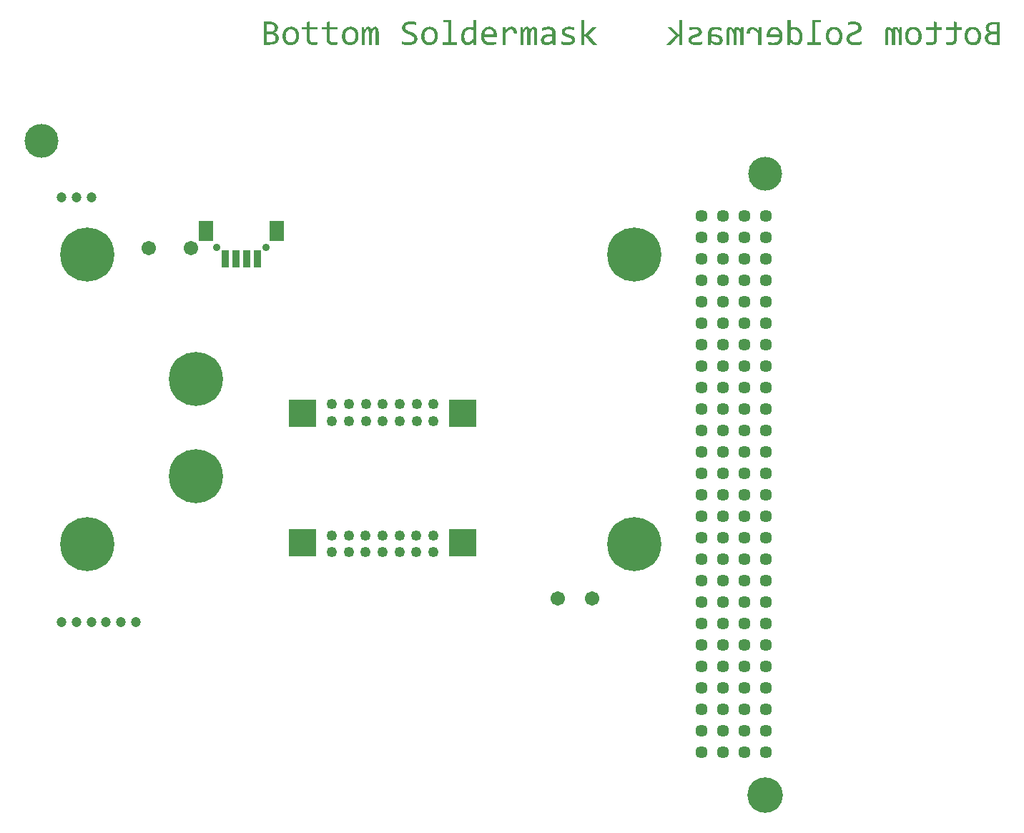
<source format=gbs>
G04*
G04 #@! TF.GenerationSoftware,Altium Limited,Altium Designer,19.1.7 (138)*
G04*
G04 Layer_Color=16711935*
%FSLAX25Y25*%
%MOIN*%
G70*
G01*
G75*
%ADD15C,0.04737*%
%ADD16C,0.16548*%
%ADD17C,0.15800*%
%ADD18C,0.25200*%
%ADD19C,0.05721*%
%ADD20C,0.04921*%
%ADD22C,0.03543*%
%ADD23C,0.06706*%
%ADD32R,0.12598X0.12598*%
%ADD33R,0.07099X0.09461*%
%ADD34R,0.03556X0.07887*%
G36*
X37044Y239525D02*
X37263Y239507D01*
X37372D01*
X37463Y239489D01*
X37664Y239471D01*
X37900Y239434D01*
X37955D01*
X38028Y239416D01*
X38101D01*
X38301Y239380D01*
X38538Y239343D01*
X38593D01*
X38666Y239325D01*
X38739Y239307D01*
X38939Y239270D01*
X39139Y239234D01*
Y237922D01*
X39103D01*
X39030Y237958D01*
X38903Y237977D01*
X38739Y238013D01*
X38556Y238049D01*
X38338Y238104D01*
X37864Y238177D01*
X37846D01*
X37755Y238195D01*
X37645Y238213D01*
X37481Y238232D01*
X37299Y238250D01*
X37080Y238268D01*
X36643Y238286D01*
X36443D01*
X36224Y238268D01*
X35951Y238232D01*
X35641Y238177D01*
X35331Y238104D01*
X35058Y237995D01*
X34803Y237849D01*
X34785Y237831D01*
X34712Y237776D01*
X34621Y237685D01*
X34512Y237558D01*
X34402Y237393D01*
X34311Y237193D01*
X34238Y236974D01*
X34220Y236719D01*
Y236701D01*
Y236647D01*
X34238Y236574D01*
X34256Y236464D01*
X34329Y236227D01*
X34384Y236100D01*
X34457Y235972D01*
X34475Y235954D01*
X34493Y235918D01*
X34548Y235863D01*
X34621Y235790D01*
X34821Y235608D01*
X35076Y235407D01*
X35094Y235389D01*
X35149Y235371D01*
X35222Y235316D01*
X35350Y235262D01*
X35477Y235189D01*
X35623Y235116D01*
X35987Y234970D01*
X36005D01*
X36078Y234934D01*
X36169Y234897D01*
X36315Y234843D01*
X36461Y234788D01*
X36625Y234715D01*
X37008Y234551D01*
X37026D01*
X37099Y234515D01*
X37208Y234478D01*
X37336Y234424D01*
X37500Y234351D01*
X37664Y234278D01*
X38046Y234096D01*
X38064Y234078D01*
X38137Y234059D01*
X38228Y234005D01*
X38356Y233932D01*
X38647Y233731D01*
X38939Y233494D01*
X38957Y233476D01*
X39012Y233440D01*
X39085Y233367D01*
X39176Y233258D01*
X39267Y233148D01*
X39376Y233002D01*
X39577Y232675D01*
X39595Y232656D01*
X39613Y232583D01*
X39650Y232492D01*
X39704Y232365D01*
X39759Y232201D01*
X39795Y232000D01*
X39814Y231800D01*
X39832Y231563D01*
Y231527D01*
Y231436D01*
X39814Y231290D01*
X39795Y231108D01*
X39759Y230907D01*
X39686Y230670D01*
X39613Y230434D01*
X39504Y230215D01*
X39486Y230197D01*
X39449Y230124D01*
X39376Y230014D01*
X39285Y229887D01*
X39158Y229741D01*
X39012Y229577D01*
X38830Y229413D01*
X38629Y229267D01*
X38611Y229249D01*
X38538Y229213D01*
X38411Y229140D01*
X38265Y229049D01*
X38064Y228958D01*
X37846Y228867D01*
X37591Y228776D01*
X37299Y228703D01*
X37263D01*
X37172Y228666D01*
X37008Y228648D01*
X36789Y228611D01*
X36534Y228575D01*
X36242Y228557D01*
X35914Y228520D01*
X35313D01*
X35167Y228539D01*
X35040D01*
X34712Y228557D01*
X34639D01*
X34566Y228575D01*
X34457D01*
X34202Y228611D01*
X33910Y228648D01*
X33837D01*
X33764Y228666D01*
X33673D01*
X33437Y228703D01*
X33182Y228739D01*
X33163D01*
X33127Y228757D01*
X33054Y228776D01*
X32981Y228794D01*
X32781Y228848D01*
X32562Y228903D01*
Y230306D01*
X32598Y230288D01*
X32671Y230270D01*
X32799Y230233D01*
X32963Y230178D01*
X33163Y230105D01*
X33400Y230051D01*
X33655Y229996D01*
X33928Y229942D01*
X33965D01*
X34056Y229923D01*
X34220Y229905D01*
X34439Y229887D01*
X34694Y229850D01*
X34985Y229832D01*
X35313Y229814D01*
X35933D01*
X36097Y229832D01*
X36279D01*
X36479Y229869D01*
X36680Y229887D01*
X36880Y229923D01*
X36898D01*
X36971Y229942D01*
X37044Y229978D01*
X37172Y229996D01*
X37427Y230105D01*
X37682Y230233D01*
X37700Y230251D01*
X37736Y230270D01*
X37791Y230324D01*
X37864Y230379D01*
X38028Y230543D01*
X38155Y230761D01*
Y230780D01*
X38174Y230816D01*
X38210Y230889D01*
X38228Y230980D01*
X38265Y231089D01*
X38283Y231217D01*
X38301Y231490D01*
Y231508D01*
Y231563D01*
X38283Y231636D01*
X38265Y231745D01*
X38192Y231982D01*
X38137Y232091D01*
X38046Y232219D01*
X38028Y232237D01*
X38010Y232274D01*
X37955Y232328D01*
X37882Y232401D01*
X37791Y232492D01*
X37682Y232583D01*
X37409Y232766D01*
X37390Y232784D01*
X37336Y232802D01*
X37263Y232857D01*
X37153Y232911D01*
X37026Y232984D01*
X36880Y233057D01*
X36516Y233221D01*
X36498Y233239D01*
X36425Y233258D01*
X36334Y233294D01*
X36188Y233349D01*
X36042Y233403D01*
X35860Y233476D01*
X35477Y233622D01*
X35459Y233640D01*
X35386Y233658D01*
X35295Y233713D01*
X35167Y233768D01*
X35003Y233841D01*
X34839Y233913D01*
X34457Y234096D01*
X34439Y234114D01*
X34366Y234150D01*
X34275Y234187D01*
X34147Y234260D01*
X34020Y234351D01*
X33856Y234442D01*
X33546Y234679D01*
X33528Y234697D01*
X33491Y234733D01*
X33418Y234806D01*
X33327Y234916D01*
X33236Y235025D01*
X33127Y235171D01*
X32926Y235480D01*
X32908Y235499D01*
X32890Y235572D01*
X32853Y235663D01*
X32817Y235790D01*
X32762Y235954D01*
X32726Y236136D01*
X32708Y236355D01*
X32689Y236574D01*
Y236592D01*
Y236665D01*
X32708Y236774D01*
X32726Y236920D01*
X32744Y237084D01*
X32781Y237266D01*
X32835Y237466D01*
X32908Y237667D01*
X32926Y237685D01*
X32945Y237758D01*
X33018Y237849D01*
X33090Y237977D01*
X33182Y238122D01*
X33309Y238286D01*
X33455Y238450D01*
X33619Y238614D01*
X33637Y238632D01*
X33710Y238687D01*
X33819Y238760D01*
X33965Y238851D01*
X34129Y238960D01*
X34348Y239070D01*
X34584Y239179D01*
X34858Y239288D01*
X34894Y239307D01*
X35003Y239325D01*
X35149Y239361D01*
X35368Y239416D01*
X35641Y239471D01*
X35951Y239507D01*
X36297Y239525D01*
X36680Y239544D01*
X36862D01*
X37044Y239525D01*
D02*
G37*
G36*
X67253Y228666D02*
X65959D01*
X65905Y230215D01*
Y230197D01*
X65886Y230178D01*
X65795Y230069D01*
X65686Y229923D01*
X65522Y229723D01*
X65321Y229522D01*
X65103Y229304D01*
X64866Y229103D01*
X64611Y228921D01*
X64574Y228903D01*
X64483Y228867D01*
X64356Y228794D01*
X64155Y228721D01*
X63937Y228648D01*
X63682Y228575D01*
X63408Y228539D01*
X63099Y228520D01*
X62989D01*
X62844Y228539D01*
X62680Y228557D01*
X62497Y228593D01*
X62279Y228648D01*
X62078Y228721D01*
X61860Y228812D01*
X61841Y228830D01*
X61769Y228867D01*
X61677Y228939D01*
X61550Y229030D01*
X61404Y229140D01*
X61259Y229286D01*
X61113Y229450D01*
X60967Y229632D01*
X60949Y229650D01*
X60912Y229723D01*
X60839Y229850D01*
X60767Y229996D01*
X60675Y230197D01*
X60584Y230415D01*
X60493Y230652D01*
X60420Y230925D01*
Y230962D01*
X60402Y231053D01*
X60366Y231217D01*
X60347Y231417D01*
X60311Y231672D01*
X60275Y231964D01*
X60256Y232274D01*
Y232602D01*
Y232620D01*
Y232656D01*
Y232711D01*
Y232784D01*
X60275Y232966D01*
X60293Y233221D01*
X60329Y233513D01*
X60366Y233822D01*
X60439Y234150D01*
X60530Y234460D01*
Y234478D01*
X60548Y234496D01*
X60584Y234606D01*
X60657Y234752D01*
X60748Y234934D01*
X60858Y235153D01*
X61003Y235389D01*
X61167Y235626D01*
X61350Y235845D01*
X61368Y235863D01*
X61441Y235936D01*
X61550Y236045D01*
X61714Y236173D01*
X61896Y236300D01*
X62115Y236446D01*
X62352Y236574D01*
X62625Y236701D01*
X62661Y236719D01*
X62752Y236756D01*
X62916Y236792D01*
X63117Y236847D01*
X63354Y236902D01*
X63645Y236956D01*
X63955Y236975D01*
X64283Y236993D01*
X64520D01*
X64775Y236975D01*
X65048Y236938D01*
X65066D01*
X65121Y236920D01*
X65194D01*
X65285Y236902D01*
X65540Y236847D01*
X65813Y236774D01*
Y240254D01*
X67253D01*
Y228666D01*
D02*
G37*
G36*
X110999Y237029D02*
X111181D01*
X111600Y236993D01*
X111619D01*
X111710Y236975D01*
X111819D01*
X111983Y236956D01*
X112165Y236920D01*
X112366Y236902D01*
X112602Y236847D01*
X112839Y236810D01*
Y235535D01*
X112803D01*
X112730Y235572D01*
X112602Y235590D01*
X112420Y235626D01*
X112238Y235663D01*
X112019Y235699D01*
X111564Y235772D01*
X111546D01*
X111455Y235790D01*
X111345Y235808D01*
X111199Y235827D01*
X111036D01*
X110872Y235845D01*
X110507Y235863D01*
X110325D01*
X110197Y235845D01*
X109906Y235827D01*
X109614Y235772D01*
X109596D01*
X109560Y235754D01*
X109487Y235736D01*
X109396Y235717D01*
X109213Y235626D01*
X109013Y235535D01*
X108977Y235517D01*
X108886Y235444D01*
X108794Y235335D01*
X108703Y235207D01*
X108685Y235171D01*
X108667Y235080D01*
X108631Y234952D01*
X108612Y234788D01*
Y234770D01*
Y234752D01*
X108631Y234661D01*
X108649Y234533D01*
X108685Y234387D01*
X108703Y234351D01*
X108758Y234278D01*
X108867Y234169D01*
X109013Y234041D01*
X109031D01*
X109049Y234005D01*
X109104Y233986D01*
X109177Y233932D01*
X109286Y233877D01*
X109396Y233822D01*
X109523Y233768D01*
X109669Y233695D01*
X109687D01*
X109742Y233658D01*
X109833Y233640D01*
X109960Y233586D01*
X110125Y233531D01*
X110307Y233476D01*
X110507Y233422D01*
X110744Y233349D01*
X110780Y233330D01*
X110872Y233312D01*
X110999Y233276D01*
X111181Y233203D01*
X111382Y233148D01*
X111582Y233057D01*
X111783Y232984D01*
X111983Y232893D01*
X112001Y232875D01*
X112074Y232857D01*
X112147Y232802D01*
X112275Y232747D01*
X112530Y232565D01*
X112785Y232365D01*
X112803Y232347D01*
X112839Y232310D01*
X112894Y232256D01*
X112967Y232183D01*
X113113Y231982D01*
X113186Y231855D01*
X113240Y231727D01*
Y231709D01*
X113258Y231672D01*
X113295Y231581D01*
X113313Y231490D01*
X113349Y231363D01*
X113368Y231235D01*
X113386Y230907D01*
Y230889D01*
Y230834D01*
Y230743D01*
X113368Y230652D01*
X113313Y230397D01*
X113222Y230124D01*
Y230105D01*
X113204Y230069D01*
X113167Y229996D01*
X113113Y229923D01*
X112985Y229723D01*
X112821Y229504D01*
X112803Y229486D01*
X112785Y229468D01*
X112730Y229413D01*
X112657Y229359D01*
X112457Y229213D01*
X112220Y229049D01*
X112202D01*
X112165Y229012D01*
X112092Y228994D01*
X112001Y228939D01*
X111783Y228848D01*
X111509Y228757D01*
X111491D01*
X111455Y228739D01*
X111363Y228721D01*
X111272Y228703D01*
X111163Y228666D01*
X111017Y228648D01*
X110726Y228593D01*
X110707D01*
X110653Y228575D01*
X110580D01*
X110471Y228557D01*
X110234Y228539D01*
X109942Y228520D01*
X109633D01*
X109432Y228539D01*
X109195D01*
X108940Y228557D01*
X108394Y228593D01*
X108357D01*
X108284Y228611D01*
X108139Y228630D01*
X107975Y228648D01*
X107756Y228684D01*
X107537Y228721D01*
X107045Y228830D01*
Y230142D01*
X107082D01*
X107173Y230105D01*
X107300Y230069D01*
X107483Y230014D01*
X107701Y229960D01*
X107938Y229905D01*
X108466Y229814D01*
X108503D01*
X108594Y229796D01*
X108722Y229778D01*
X108904D01*
X109122Y229759D01*
X109359Y229741D01*
X109888Y229723D01*
X110052D01*
X110234Y229741D01*
X110452Y229759D01*
X110707Y229796D01*
X110963Y229832D01*
X111199Y229905D01*
X111400Y229996D01*
X111418Y230014D01*
X111473Y230051D01*
X111564Y230105D01*
X111655Y230197D01*
X111746Y230306D01*
X111837Y230452D01*
X111892Y230616D01*
X111910Y230798D01*
Y230816D01*
Y230834D01*
X111892Y230925D01*
X111874Y231053D01*
X111819Y231181D01*
X111801Y231217D01*
X111764Y231290D01*
X111673Y231399D01*
X111527Y231527D01*
X111491Y231563D01*
X111436Y231581D01*
X111382Y231636D01*
X111291Y231672D01*
X111181Y231727D01*
X111036Y231800D01*
X110890Y231855D01*
X110872D01*
X110817Y231891D01*
X110726Y231927D01*
X110580Y231982D01*
X110416Y232037D01*
X110216Y232110D01*
X109997Y232183D01*
X109724Y232256D01*
X109705D01*
X109633Y232292D01*
X109523Y232310D01*
X109396Y232365D01*
X109232Y232419D01*
X109068Y232474D01*
X108703Y232620D01*
X108685Y232638D01*
X108631Y232656D01*
X108539Y232711D01*
X108430Y232766D01*
X108157Y232911D01*
X107883Y233112D01*
X107865Y233130D01*
X107829Y233167D01*
X107756Y233221D01*
X107683Y233312D01*
X107501Y233513D01*
X107337Y233786D01*
Y233804D01*
X107300Y233859D01*
X107282Y233932D01*
X107246Y234041D01*
X107209Y234169D01*
X107191Y234333D01*
X107155Y234515D01*
Y234697D01*
Y234715D01*
Y234752D01*
Y234824D01*
X107173Y234916D01*
X107191Y235025D01*
X107209Y235153D01*
X107300Y235444D01*
Y235462D01*
X107337Y235517D01*
X107373Y235590D01*
X107428Y235699D01*
X107501Y235808D01*
X107592Y235936D01*
X107720Y236082D01*
X107847Y236209D01*
X107865Y236227D01*
X107920Y236264D01*
X108011Y236337D01*
X108120Y236428D01*
X108266Y236519D01*
X108448Y236610D01*
X108649Y236719D01*
X108886Y236810D01*
X108922Y236829D01*
X109013Y236847D01*
X109141Y236883D01*
X109341Y236938D01*
X109578Y236975D01*
X109851Y237011D01*
X110179Y237029D01*
X110525Y237047D01*
X110853D01*
X110999Y237029D01*
D02*
G37*
G36*
X83906D02*
X83997D01*
X84125Y237011D01*
X84416Y236938D01*
X84726Y236847D01*
X85036Y236701D01*
X85345Y236483D01*
X85491Y236355D01*
X85619Y236209D01*
X85655Y236173D01*
X85673Y236118D01*
X85728Y236064D01*
X85764Y235972D01*
X85819Y235863D01*
X85892Y235736D01*
X85947Y235590D01*
X86001Y235426D01*
X86056Y235262D01*
X86111Y235061D01*
X86165Y234843D01*
X86202Y234588D01*
X86220Y234333D01*
X86238Y234059D01*
Y233768D01*
X84799D01*
Y233786D01*
Y233822D01*
Y233877D01*
Y233950D01*
X84781Y234132D01*
X84762Y234351D01*
X84726Y234606D01*
X84671Y234861D01*
X84580Y235116D01*
X84471Y235316D01*
X84452Y235335D01*
X84416Y235389D01*
X84325Y235480D01*
X84216Y235572D01*
X84070Y235644D01*
X83906Y235736D01*
X83706Y235790D01*
X83469Y235808D01*
X83359D01*
X83305Y235790D01*
X83122Y235772D01*
X82904Y235699D01*
X82886D01*
X82849Y235681D01*
X82794Y235663D01*
X82722Y235626D01*
X82521Y235517D01*
X82303Y235371D01*
X82284Y235353D01*
X82248Y235335D01*
X82193Y235280D01*
X82102Y235225D01*
X81902Y235025D01*
X81647Y234788D01*
X81628Y234770D01*
X81592Y234733D01*
X81519Y234661D01*
X81428Y234551D01*
X81319Y234424D01*
X81191Y234296D01*
X81064Y234132D01*
X80918Y233950D01*
Y228666D01*
X79479D01*
Y236902D01*
X80772D01*
X80809Y235371D01*
Y235389D01*
X80845Y235407D01*
X80936Y235517D01*
X81082Y235663D01*
X81264Y235863D01*
X81483Y236064D01*
X81719Y236282D01*
X81975Y236483D01*
X82248Y236647D01*
X82284Y236665D01*
X82376Y236701D01*
X82503Y236774D01*
X82703Y236847D01*
X82904Y236920D01*
X83159Y236993D01*
X83414Y237029D01*
X83687Y237047D01*
X83815D01*
X83906Y237029D01*
D02*
G37*
G36*
X94255D02*
X94346Y237011D01*
X94473Y236975D01*
X94601Y236920D01*
X94747Y236847D01*
X94893Y236756D01*
X95038Y236628D01*
X95184Y236464D01*
X95312Y236264D01*
X95439Y236045D01*
X95530Y235772D01*
X95603Y235444D01*
X95658Y235080D01*
X95676Y234661D01*
Y228666D01*
X94255D01*
Y234569D01*
Y234588D01*
Y234642D01*
Y234697D01*
Y234788D01*
X94237Y234988D01*
X94218Y235189D01*
Y235207D01*
Y235225D01*
X94200Y235335D01*
X94182Y235462D01*
X94127Y235590D01*
X94109Y235608D01*
X94091Y235663D01*
X94036Y235736D01*
X93982Y235790D01*
X93963Y235808D01*
X93927Y235827D01*
X93854Y235845D01*
X93763Y235863D01*
X93745D01*
X93672Y235845D01*
X93581Y235827D01*
X93471Y235754D01*
X93453Y235736D01*
X93399Y235681D01*
X93307Y235572D01*
X93198Y235426D01*
Y235407D01*
X93180Y235389D01*
X93143Y235335D01*
X93107Y235280D01*
X92998Y235080D01*
X92870Y234843D01*
Y234824D01*
X92834Y234770D01*
X92797Y234697D01*
X92743Y234588D01*
X92688Y234460D01*
X92615Y234314D01*
X92542Y234132D01*
X92451Y233950D01*
Y228666D01*
X91030D01*
Y234424D01*
Y234442D01*
Y234496D01*
Y234569D01*
Y234679D01*
X91012Y234916D01*
X90993Y235134D01*
Y235153D01*
Y235189D01*
X90975Y235298D01*
X90957Y235444D01*
X90902Y235572D01*
X90884Y235590D01*
X90866Y235663D01*
X90811Y235736D01*
X90757Y235790D01*
X90738Y235808D01*
X90702Y235827D01*
X90629Y235845D01*
X90538Y235863D01*
X90520D01*
X90447Y235845D01*
X90356Y235827D01*
X90265Y235772D01*
X90246Y235754D01*
X90192Y235699D01*
X90101Y235608D01*
X89991Y235462D01*
X89973Y235426D01*
X89900Y235316D01*
X89791Y235134D01*
X89663Y234897D01*
Y234879D01*
X89627Y234824D01*
X89591Y234752D01*
X89536Y234642D01*
X89481Y234515D01*
X89408Y234351D01*
X89317Y234150D01*
X89226Y233950D01*
Y228666D01*
X87805D01*
Y236902D01*
X88971D01*
X89044Y235335D01*
X89062Y235353D01*
X89080Y235407D01*
X89117Y235499D01*
X89171Y235608D01*
X89317Y235863D01*
X89463Y236118D01*
X89481Y236136D01*
X89499Y236173D01*
X89536Y236227D01*
X89591Y236300D01*
X89718Y236483D01*
X89882Y236647D01*
X89900Y236665D01*
X89919Y236683D01*
X90028Y236756D01*
X90174Y236847D01*
X90338Y236938D01*
X90356D01*
X90374Y236956D01*
X90502Y236993D01*
X90666Y237029D01*
X90866Y237047D01*
X90975D01*
X91103Y237029D01*
X91249Y236993D01*
X91413Y236938D01*
X91576Y236865D01*
X91741Y236756D01*
X91886Y236610D01*
X91904Y236592D01*
X91941Y236537D01*
X91996Y236428D01*
X92068Y236282D01*
X92123Y236082D01*
X92178Y235863D01*
X92214Y235590D01*
X92233Y235262D01*
X92251Y235280D01*
X92269Y235335D01*
X92305Y235407D01*
X92360Y235517D01*
X92488Y235754D01*
X92615Y236009D01*
Y236027D01*
X92651Y236064D01*
X92688Y236136D01*
X92743Y236209D01*
X92870Y236391D01*
X93016Y236574D01*
X93034Y236592D01*
X93052Y236610D01*
X93162Y236701D01*
X93307Y236810D01*
X93490Y236920D01*
X93508D01*
X93544Y236938D01*
X93599Y236956D01*
X93672Y236993D01*
X93872Y237029D01*
X94109Y237047D01*
X94182D01*
X94255Y237029D01*
D02*
G37*
G36*
X20355Y237029D02*
X20446Y237011D01*
X20573Y236974D01*
X20701Y236920D01*
X20846Y236847D01*
X20992Y236756D01*
X21138Y236628D01*
X21284Y236464D01*
X21411Y236264D01*
X21539Y236045D01*
X21630Y235772D01*
X21703Y235444D01*
X21757Y235080D01*
X21776Y234661D01*
Y228666D01*
X20355D01*
Y234569D01*
Y234588D01*
Y234642D01*
Y234697D01*
Y234788D01*
X20336Y234988D01*
X20318Y235189D01*
Y235207D01*
Y235225D01*
X20300Y235335D01*
X20282Y235462D01*
X20227Y235590D01*
X20209Y235608D01*
X20191Y235663D01*
X20136Y235736D01*
X20081Y235790D01*
X20063Y235808D01*
X20027Y235827D01*
X19954Y235845D01*
X19863Y235863D01*
X19844D01*
X19771Y235845D01*
X19680Y235827D01*
X19571Y235754D01*
X19553Y235736D01*
X19498Y235681D01*
X19407Y235572D01*
X19298Y235426D01*
Y235407D01*
X19280Y235389D01*
X19243Y235335D01*
X19207Y235280D01*
X19097Y235080D01*
X18970Y234843D01*
Y234824D01*
X18933Y234770D01*
X18897Y234697D01*
X18842Y234588D01*
X18788Y234460D01*
X18715Y234314D01*
X18642Y234132D01*
X18551Y233950D01*
Y228666D01*
X17130D01*
Y234424D01*
Y234442D01*
Y234496D01*
Y234569D01*
Y234679D01*
X17111Y234916D01*
X17093Y235134D01*
Y235152D01*
Y235189D01*
X17075Y235298D01*
X17057Y235444D01*
X17002Y235572D01*
X16984Y235590D01*
X16966Y235663D01*
X16911Y235736D01*
X16856Y235790D01*
X16838Y235808D01*
X16802Y235827D01*
X16729Y235845D01*
X16638Y235863D01*
X16620D01*
X16547Y235845D01*
X16455Y235827D01*
X16364Y235772D01*
X16346Y235754D01*
X16292Y235699D01*
X16200Y235608D01*
X16091Y235462D01*
X16073Y235426D01*
X16000Y235316D01*
X15891Y235134D01*
X15763Y234897D01*
Y234879D01*
X15727Y234824D01*
X15690Y234752D01*
X15636Y234642D01*
X15581Y234515D01*
X15508Y234351D01*
X15417Y234150D01*
X15326Y233950D01*
Y228666D01*
X13905D01*
Y236902D01*
X15071D01*
X15144Y235335D01*
X15162Y235353D01*
X15180Y235407D01*
X15216Y235499D01*
X15271Y235608D01*
X15417Y235863D01*
X15563Y236118D01*
X15581Y236136D01*
X15599Y236173D01*
X15636Y236227D01*
X15690Y236300D01*
X15818Y236483D01*
X15982Y236647D01*
X16000Y236665D01*
X16018Y236683D01*
X16127Y236756D01*
X16273Y236847D01*
X16437Y236938D01*
X16455D01*
X16474Y236956D01*
X16601Y236993D01*
X16765Y237029D01*
X16966Y237047D01*
X17075D01*
X17202Y237029D01*
X17348Y236993D01*
X17512Y236938D01*
X17676Y236865D01*
X17840Y236756D01*
X17986Y236610D01*
X18004Y236592D01*
X18041Y236537D01*
X18095Y236428D01*
X18168Y236282D01*
X18223Y236082D01*
X18278Y235863D01*
X18314Y235590D01*
X18332Y235262D01*
X18350Y235280D01*
X18369Y235335D01*
X18405Y235407D01*
X18460Y235517D01*
X18587Y235754D01*
X18715Y236009D01*
Y236027D01*
X18751Y236064D01*
X18788Y236136D01*
X18842Y236209D01*
X18970Y236391D01*
X19116Y236574D01*
X19134Y236592D01*
X19152Y236610D01*
X19261Y236701D01*
X19407Y236810D01*
X19589Y236920D01*
X19608D01*
X19644Y236938D01*
X19699Y236956D01*
X19771Y236993D01*
X19972Y237029D01*
X20209Y237047D01*
X20282D01*
X20355Y237029D01*
D02*
G37*
G36*
X117704Y233130D02*
X121403Y236902D01*
X123298D01*
X119435Y233094D01*
X123516Y228666D01*
X121548D01*
X117704Y233075D01*
Y228666D01*
X116283D01*
Y240254D01*
X117704D01*
Y233130D01*
D02*
G37*
G36*
X101434Y237029D02*
X101634Y237011D01*
X101871Y236975D01*
X102326Y236883D01*
X102345D01*
X102436Y236847D01*
X102545Y236810D01*
X102673Y236756D01*
X102837Y236683D01*
X103000Y236592D01*
X103165Y236501D01*
X103328Y236373D01*
X103347Y236355D01*
X103401Y236318D01*
X103474Y236246D01*
X103565Y236155D01*
X103675Y236027D01*
X103784Y235881D01*
X103875Y235717D01*
X103966Y235535D01*
X103984Y235517D01*
X104003Y235444D01*
X104039Y235335D01*
X104094Y235189D01*
X104130Y235025D01*
X104167Y234806D01*
X104185Y234588D01*
X104203Y234333D01*
Y228666D01*
X102909D01*
X102873Y229759D01*
X102837Y229723D01*
X102764Y229650D01*
X102618Y229541D01*
X102454Y229395D01*
X102235Y229249D01*
X102017Y229085D01*
X101761Y228939D01*
X101506Y228812D01*
X101470Y228794D01*
X101379Y228776D01*
X101251Y228721D01*
X101069Y228666D01*
X100850Y228611D01*
X100595Y228575D01*
X100340Y228539D01*
X100049Y228520D01*
X99940D01*
X99812Y228539D01*
X99648D01*
X99448Y228557D01*
X99247Y228593D01*
X98846Y228684D01*
X98828D01*
X98773Y228721D01*
X98682Y228757D01*
X98555Y228812D01*
X98300Y228976D01*
X98026Y229176D01*
X98008Y229194D01*
X97972Y229231D01*
X97917Y229304D01*
X97844Y229395D01*
X97771Y229504D01*
X97680Y229632D01*
X97553Y229923D01*
Y229942D01*
X97535Y229996D01*
X97516Y230087D01*
X97480Y230197D01*
X97462Y230342D01*
X97425Y230506D01*
X97407Y230853D01*
Y230871D01*
Y230907D01*
Y230980D01*
X97425Y231053D01*
X97443Y231162D01*
X97462Y231290D01*
X97516Y231563D01*
X97626Y231873D01*
X97790Y232201D01*
X97899Y232365D01*
X98026Y232511D01*
X98154Y232656D01*
X98318Y232802D01*
X98336D01*
X98354Y232839D01*
X98409Y232875D01*
X98500Y232911D01*
X98591Y232966D01*
X98701Y233021D01*
X98846Y233094D01*
X99010Y233167D01*
X99193Y233221D01*
X99393Y233294D01*
X99612Y233349D01*
X99867Y233403D01*
X100122Y233440D01*
X100413Y233476D01*
X100723Y233513D01*
X102764D01*
Y234223D01*
Y234260D01*
Y234351D01*
X102745Y234478D01*
X102709Y234642D01*
X102654Y234824D01*
X102563Y235025D01*
X102454Y235207D01*
X102290Y235389D01*
X102272Y235407D01*
X102199Y235462D01*
X102090Y235535D01*
X101944Y235608D01*
X101743Y235681D01*
X101488Y235754D01*
X101197Y235808D01*
X100869Y235827D01*
X100614D01*
X100432Y235808D01*
X100213Y235790D01*
X99994Y235754D01*
X99484Y235663D01*
X99448D01*
X99375Y235626D01*
X99229Y235590D01*
X99065Y235553D01*
X98846Y235480D01*
X98610Y235407D01*
X98354Y235316D01*
X98099Y235225D01*
Y236519D01*
X98118D01*
X98154Y236537D01*
X98190Y236555D01*
X98263Y236574D01*
X98445Y236628D01*
X98682Y236701D01*
X98701D01*
X98737Y236719D01*
X98810Y236738D01*
X98901Y236756D01*
X99138Y236810D01*
X99393Y236865D01*
X99411D01*
X99466Y236883D01*
X99539Y236902D01*
X99630Y236920D01*
X99739Y236938D01*
X99867Y236956D01*
X100158Y236993D01*
X100176D01*
X100231Y237011D01*
X100304D01*
X100413Y237029D01*
X100541D01*
X100668Y237047D01*
X101251D01*
X101434Y237029D01*
D02*
G37*
G36*
X55665Y229850D02*
X58125D01*
Y228666D01*
X51529Y228666D01*
Y229850D01*
X54225Y229850D01*
Y239088D01*
X51802Y239088D01*
Y240254D01*
X55665Y240254D01*
Y229850D01*
D02*
G37*
G36*
X-28366Y239361D02*
X-28147Y239343D01*
X-27874Y239307D01*
X-27582Y239234D01*
X-27254Y239161D01*
X-26926Y239052D01*
X-26598Y238924D01*
X-26270Y238742D01*
X-25979Y238541D01*
X-25706Y238286D01*
X-25487Y237977D01*
X-25305Y237630D01*
X-25195Y237229D01*
X-25177Y237011D01*
X-25159Y236774D01*
Y236756D01*
Y236738D01*
Y236628D01*
X-25177Y236464D01*
X-25214Y236264D01*
X-25268Y236027D01*
X-25341Y235772D01*
X-25432Y235517D01*
X-25578Y235280D01*
X-25596Y235262D01*
X-25651Y235171D01*
X-25760Y235061D01*
X-25888Y234934D01*
X-26070Y234788D01*
X-26307Y234624D01*
X-26580Y234478D01*
X-26908Y234351D01*
X-26890D01*
X-26835Y234332D01*
X-26744Y234314D01*
X-26635Y234296D01*
X-26380Y234205D01*
X-26088Y234078D01*
X-26070D01*
X-26015Y234041D01*
X-25943Y234005D01*
X-25851Y233932D01*
X-25633Y233786D01*
X-25414Y233567D01*
X-25396Y233549D01*
X-25359Y233513D01*
X-25305Y233440D01*
X-25250Y233367D01*
X-25177Y233258D01*
X-25104Y233130D01*
X-24959Y232820D01*
Y232802D01*
X-24922Y232747D01*
X-24904Y232656D01*
X-24868Y232547D01*
X-24831Y232401D01*
X-24813Y232237D01*
X-24776Y231873D01*
Y231836D01*
Y231745D01*
X-24795Y231599D01*
X-24813Y231399D01*
X-24849Y231199D01*
X-24904Y230962D01*
X-24977Y230725D01*
X-25086Y230488D01*
X-25104Y230470D01*
X-25141Y230397D01*
X-25214Y230288D01*
X-25305Y230142D01*
X-25414Y229996D01*
X-25560Y229814D01*
X-25724Y229650D01*
X-25924Y229486D01*
X-25943Y229468D01*
X-26015Y229413D01*
X-26143Y229340D01*
X-26289Y229267D01*
X-26489Y229158D01*
X-26708Y229049D01*
X-26963Y228958D01*
X-27254Y228867D01*
X-27291D01*
X-27382Y228830D01*
X-27546Y228812D01*
X-27746Y228775D01*
X-28001Y228739D01*
X-28293Y228703D01*
X-28621Y228684D01*
X-28967Y228666D01*
X-31718D01*
Y239380D01*
X-28548D01*
X-28366Y239361D01*
D02*
G37*
G36*
X-1072Y236902D02*
X2645D01*
Y235699D01*
X-1072D01*
Y231508D01*
Y231490D01*
Y231472D01*
Y231363D01*
X-1054Y231217D01*
X-1017Y231016D01*
X-963Y230798D01*
X-872Y230579D01*
X-762Y230379D01*
X-598Y230197D01*
X-580Y230178D01*
X-507Y230124D01*
X-398Y230051D01*
X-252Y229978D01*
X-52Y229905D01*
X185Y229832D01*
X458Y229778D01*
X786Y229759D01*
X1041D01*
X1169Y229778D01*
X1333D01*
X1661Y229814D01*
X1679D01*
X1752Y229832D01*
X1843D01*
X1971Y229869D01*
X2116Y229887D01*
X2280Y229923D01*
X2645Y230014D01*
Y228776D01*
X2627D01*
X2554Y228757D01*
X2462Y228739D01*
X2335Y228721D01*
X2171Y228684D01*
X2007Y228666D01*
X1624Y228611D01*
X1533D01*
X1442Y228593D01*
X1296D01*
X1151Y228575D01*
X969D01*
X586Y228557D01*
X440D01*
X331Y228575D01*
X203D01*
X58Y228593D01*
X-289Y228648D01*
X-653Y228721D01*
X-1036Y228848D01*
X-1400Y229012D01*
X-1582Y229122D01*
X-1728Y229249D01*
X-1764Y229286D01*
X-1856Y229377D01*
X-1965Y229541D01*
X-2111Y229778D01*
X-2256Y230087D01*
X-2366Y230452D01*
X-2457Y230889D01*
X-2493Y231399D01*
Y235699D01*
X-4789Y235699D01*
Y236902D01*
X-2493Y236902D01*
Y239161D01*
X-1072Y239544D01*
Y236902D01*
D02*
G37*
G36*
X-10310Y236902D02*
X-6593D01*
Y235699D01*
X-10310D01*
Y231508D01*
Y231490D01*
Y231472D01*
Y231363D01*
X-10291Y231217D01*
X-10255Y231016D01*
X-10200Y230798D01*
X-10109Y230579D01*
X-10000Y230379D01*
X-9836Y230197D01*
X-9818Y230178D01*
X-9745Y230124D01*
X-9636Y230051D01*
X-9490Y229978D01*
X-9289Y229905D01*
X-9053Y229832D01*
X-8779Y229778D01*
X-8451Y229759D01*
X-8196D01*
X-8069Y229778D01*
X-7905D01*
X-7577Y229814D01*
X-7559D01*
X-7486Y229832D01*
X-7395D01*
X-7267Y229869D01*
X-7121Y229887D01*
X-6957Y229923D01*
X-6593Y230014D01*
Y228775D01*
X-6611D01*
X-6684Y228757D01*
X-6775Y228739D01*
X-6903Y228721D01*
X-7067Y228684D01*
X-7231Y228666D01*
X-7613Y228611D01*
X-7704D01*
X-7795Y228593D01*
X-7941D01*
X-8087Y228575D01*
X-8269D01*
X-8652Y228557D01*
X-8797D01*
X-8907Y228575D01*
X-9034D01*
X-9180Y228593D01*
X-9526Y228648D01*
X-9891Y228721D01*
X-10273Y228848D01*
X-10638Y229012D01*
X-10820Y229122D01*
X-10966Y229249D01*
X-11002Y229286D01*
X-11093Y229377D01*
X-11203Y229541D01*
X-11348Y229778D01*
X-11494Y230087D01*
X-11603Y230452D01*
X-11694Y230889D01*
X-11731Y231399D01*
Y235699D01*
X-14027D01*
Y236902D01*
X-11731D01*
Y239161D01*
X-10310Y239544D01*
Y236902D01*
D02*
G37*
G36*
X73612Y237029D02*
X73812Y237011D01*
X74049Y236975D01*
X74304Y236938D01*
X74559Y236865D01*
X74814Y236774D01*
X74851Y236756D01*
X74923Y236719D01*
X75051Y236665D01*
X75215Y236574D01*
X75379Y236464D01*
X75579Y236337D01*
X75762Y236173D01*
X75944Y235991D01*
X75962Y235972D01*
X76017Y235899D01*
X76108Y235790D01*
X76199Y235663D01*
X76308Y235480D01*
X76436Y235280D01*
X76545Y235043D01*
X76636Y234788D01*
X76654Y234752D01*
X76673Y234661D01*
X76709Y234515D01*
X76764Y234333D01*
X76800Y234096D01*
X76837Y233841D01*
X76855Y233549D01*
X76873Y233221D01*
Y233203D01*
Y233167D01*
Y233112D01*
Y233039D01*
Y232875D01*
X76855Y232693D01*
Y232656D01*
Y232565D01*
Y232456D01*
X76837Y232328D01*
X71061D01*
Y232310D01*
Y232274D01*
Y232201D01*
X71079Y232128D01*
Y232019D01*
X71097Y231891D01*
X71152Y231600D01*
X71225Y231290D01*
X71352Y230962D01*
X71516Y230652D01*
X71753Y230379D01*
X71790Y230342D01*
X71881Y230270D01*
X72045Y230160D01*
X72282Y230051D01*
X72573Y229923D01*
X72919Y229814D01*
X73320Y229741D01*
X73794Y229705D01*
X74249D01*
X74504Y229723D01*
X74559D01*
X74632Y229741D01*
X74723D01*
X74960Y229778D01*
X75197Y229796D01*
X75215D01*
X75251Y229814D01*
X75324D01*
X75415Y229832D01*
X75616Y229869D01*
X75853Y229905D01*
X75871D01*
X75907Y229923D01*
X75962Y229942D01*
X76035Y229960D01*
X76235Y229996D01*
X76436Y230051D01*
Y228885D01*
X76417D01*
X76326Y228867D01*
X76217Y228830D01*
X76053Y228794D01*
X75853Y228757D01*
X75634Y228703D01*
X75379Y228666D01*
X75106Y228630D01*
X75069D01*
X74978Y228611D01*
X74832Y228593D01*
X74650Y228575D01*
X74413Y228557D01*
X74158Y228539D01*
X73885Y228520D01*
X73411D01*
X73211Y228539D01*
X72974Y228557D01*
X72682Y228593D01*
X72373Y228630D01*
X72063Y228703D01*
X71771Y228794D01*
X71735Y228812D01*
X71644Y228848D01*
X71498Y228921D01*
X71334Y229012D01*
X71134Y229122D01*
X70915Y229267D01*
X70715Y229431D01*
X70514Y229632D01*
X70496Y229650D01*
X70441Y229723D01*
X70350Y229850D01*
X70241Y229996D01*
X70113Y230197D01*
X70004Y230415D01*
X69876Y230689D01*
X69785Y230962D01*
Y230980D01*
Y230998D01*
X69749Y231108D01*
X69713Y231272D01*
X69676Y231490D01*
X69640Y231764D01*
X69603Y232055D01*
X69585Y232401D01*
X69567Y232766D01*
Y232784D01*
Y232802D01*
Y232911D01*
X69585Y233075D01*
X69603Y233294D01*
X69621Y233531D01*
X69676Y233804D01*
X69731Y234096D01*
X69804Y234387D01*
Y234405D01*
X69822Y234424D01*
X69858Y234515D01*
X69913Y234661D01*
X69986Y234861D01*
X70095Y235061D01*
X70223Y235298D01*
X70368Y235535D01*
X70532Y235754D01*
X70551Y235772D01*
X70624Y235845D01*
X70733Y235954D01*
X70860Y236100D01*
X71043Y236246D01*
X71243Y236410D01*
X71462Y236555D01*
X71717Y236701D01*
X71753Y236719D01*
X71844Y236756D01*
X71990Y236810D01*
X72172Y236883D01*
X72409Y236938D01*
X72682Y236993D01*
X72974Y237029D01*
X73302Y237047D01*
X73448D01*
X73612Y237029D01*
D02*
G37*
G36*
X45899Y237029D02*
X46099Y237011D01*
X46354Y236974D01*
X46610Y236920D01*
X46883Y236847D01*
X47156Y236756D01*
X47193Y236738D01*
X47284Y236701D01*
X47411Y236647D01*
X47575Y236555D01*
X47758Y236446D01*
X47958Y236300D01*
X48158Y236136D01*
X48340Y235954D01*
X48359Y235936D01*
X48413Y235863D01*
X48504Y235754D01*
X48614Y235590D01*
X48741Y235407D01*
X48869Y235171D01*
X48978Y234916D01*
X49088Y234642D01*
X49106Y234606D01*
X49124Y234496D01*
X49179Y234332D01*
X49233Y234132D01*
X49270Y233859D01*
X49324Y233549D01*
X49343Y233203D01*
X49361Y232839D01*
Y232820D01*
Y232802D01*
Y232747D01*
Y232675D01*
X49343Y232492D01*
X49324Y232256D01*
X49288Y231982D01*
X49251Y231691D01*
X49179Y231381D01*
X49088Y231071D01*
X49069Y231035D01*
X49033Y230944D01*
X48978Y230798D01*
X48887Y230616D01*
X48778Y230397D01*
X48650Y230160D01*
X48486Y229923D01*
X48304Y229705D01*
X48286Y229686D01*
X48213Y229614D01*
X48104Y229504D01*
X47958Y229377D01*
X47776Y229249D01*
X47575Y229103D01*
X47320Y228958D01*
X47065Y228830D01*
X47029Y228812D01*
X46938Y228776D01*
X46792Y228739D01*
X46591Y228684D01*
X46336Y228611D01*
X46063Y228575D01*
X45753Y228539D01*
X45407Y228520D01*
X45261D01*
X45079Y228539D01*
X44879Y228557D01*
X44624Y228593D01*
X44350Y228630D01*
X44077Y228703D01*
X43804Y228794D01*
X43767Y228812D01*
X43694Y228848D01*
X43567Y228903D01*
X43403Y228994D01*
X43202Y229103D01*
X43020Y229249D01*
X42820Y229413D01*
X42619Y229595D01*
X42601Y229614D01*
X42546Y229686D01*
X42455Y229796D01*
X42346Y229960D01*
X42237Y230142D01*
X42109Y230379D01*
X42000Y230634D01*
X41891Y230907D01*
Y230925D01*
X41872Y230944D01*
X41854Y231053D01*
X41818Y231217D01*
X41763Y231436D01*
X41708Y231709D01*
X41672Y232019D01*
X41654Y232365D01*
X41636Y232729D01*
Y232747D01*
Y232766D01*
Y232820D01*
Y232893D01*
X41654Y233075D01*
X41672Y233294D01*
X41690Y233567D01*
X41745Y233859D01*
X41800Y234169D01*
X41891Y234460D01*
Y234478D01*
X41909Y234496D01*
X41945Y234588D01*
X42000Y234752D01*
X42091Y234934D01*
X42200Y235152D01*
X42346Y235371D01*
X42492Y235608D01*
X42674Y235827D01*
X42692Y235845D01*
X42765Y235918D01*
X42875Y236027D01*
X43020Y236155D01*
X43202Y236300D01*
X43421Y236446D01*
X43658Y236592D01*
X43913Y236719D01*
X43949Y236738D01*
X44041Y236774D01*
X44186Y236829D01*
X44387Y236883D01*
X44642Y236938D01*
X44915Y236993D01*
X45225Y237029D01*
X45571Y237047D01*
X45717D01*
X45899Y237029D01*
D02*
G37*
G36*
X8949D02*
X9149Y237011D01*
X9404Y236974D01*
X9659Y236920D01*
X9933Y236847D01*
X10206Y236756D01*
X10243Y236738D01*
X10334Y236701D01*
X10461Y236647D01*
X10625Y236555D01*
X10807Y236446D01*
X11008Y236300D01*
X11208Y236136D01*
X11390Y235954D01*
X11408Y235936D01*
X11463Y235863D01*
X11554Y235754D01*
X11664Y235590D01*
X11791Y235407D01*
X11919Y235171D01*
X12028Y234916D01*
X12137Y234642D01*
X12156Y234606D01*
X12174Y234496D01*
X12228Y234332D01*
X12283Y234132D01*
X12319Y233859D01*
X12374Y233549D01*
X12392Y233203D01*
X12411Y232839D01*
Y232820D01*
Y232802D01*
Y232747D01*
Y232675D01*
X12392Y232492D01*
X12374Y232256D01*
X12338Y231982D01*
X12301Y231691D01*
X12228Y231381D01*
X12137Y231071D01*
X12119Y231035D01*
X12083Y230944D01*
X12028Y230798D01*
X11937Y230616D01*
X11828Y230397D01*
X11700Y230160D01*
X11536Y229923D01*
X11354Y229705D01*
X11336Y229686D01*
X11263Y229614D01*
X11153Y229504D01*
X11008Y229377D01*
X10825Y229249D01*
X10625Y229103D01*
X10370Y228958D01*
X10115Y228830D01*
X10079Y228812D01*
X9987Y228776D01*
X9842Y228739D01*
X9641Y228684D01*
X9386Y228611D01*
X9113Y228575D01*
X8803Y228539D01*
X8457Y228520D01*
X8311D01*
X8129Y228539D01*
X7929Y228557D01*
X7673Y228593D01*
X7400Y228630D01*
X7127Y228703D01*
X6854Y228794D01*
X6817Y228812D01*
X6744Y228848D01*
X6617Y228903D01*
X6453Y228994D01*
X6252Y229103D01*
X6070Y229249D01*
X5870Y229413D01*
X5669Y229595D01*
X5651Y229614D01*
X5596Y229686D01*
X5505Y229796D01*
X5396Y229960D01*
X5287Y230142D01*
X5159Y230379D01*
X5050Y230634D01*
X4940Y230907D01*
Y230925D01*
X4922Y230944D01*
X4904Y231053D01*
X4868Y231217D01*
X4813Y231436D01*
X4758Y231709D01*
X4722Y232019D01*
X4704Y232365D01*
X4685Y232729D01*
Y232747D01*
Y232766D01*
Y232820D01*
Y232893D01*
X4704Y233075D01*
X4722Y233294D01*
X4740Y233567D01*
X4795Y233859D01*
X4849Y234169D01*
X4940Y234460D01*
Y234478D01*
X4959Y234496D01*
X4995Y234588D01*
X5050Y234752D01*
X5141Y234934D01*
X5250Y235152D01*
X5396Y235371D01*
X5542Y235608D01*
X5724Y235827D01*
X5742Y235845D01*
X5815Y235918D01*
X5924Y236027D01*
X6070Y236155D01*
X6252Y236300D01*
X6471Y236446D01*
X6708Y236592D01*
X6963Y236719D01*
X6999Y236738D01*
X7090Y236774D01*
X7236Y236829D01*
X7437Y236883D01*
X7692Y236938D01*
X7965Y236993D01*
X8275Y237029D01*
X8621Y237047D01*
X8767D01*
X8949Y237029D01*
D02*
G37*
G36*
X-18764Y237029D02*
X-18563Y237011D01*
X-18308Y236974D01*
X-18053Y236920D01*
X-17780Y236847D01*
X-17507Y236756D01*
X-17470Y236738D01*
X-17379Y236701D01*
X-17252Y236647D01*
X-17087Y236555D01*
X-16905Y236446D01*
X-16705Y236300D01*
X-16504Y236136D01*
X-16322Y235954D01*
X-16304Y235936D01*
X-16249Y235863D01*
X-16158Y235754D01*
X-16049Y235590D01*
X-15921Y235407D01*
X-15794Y235171D01*
X-15685Y234916D01*
X-15575Y234642D01*
X-15557Y234606D01*
X-15539Y234496D01*
X-15484Y234332D01*
X-15429Y234132D01*
X-15393Y233859D01*
X-15338Y233549D01*
X-15320Y233203D01*
X-15302Y232839D01*
Y232820D01*
Y232802D01*
Y232747D01*
Y232675D01*
X-15320Y232492D01*
X-15338Y232256D01*
X-15375Y231982D01*
X-15411Y231691D01*
X-15484Y231381D01*
X-15575Y231071D01*
X-15594Y231035D01*
X-15630Y230944D01*
X-15685Y230798D01*
X-15776Y230616D01*
X-15885Y230397D01*
X-16013Y230160D01*
X-16176Y229923D01*
X-16359Y229705D01*
X-16377Y229686D01*
X-16450Y229614D01*
X-16559Y229504D01*
X-16705Y229377D01*
X-16887Y229249D01*
X-17087Y229103D01*
X-17343Y228958D01*
X-17598Y228830D01*
X-17634Y228812D01*
X-17725Y228775D01*
X-17871Y228739D01*
X-18071Y228684D01*
X-18327Y228611D01*
X-18600Y228575D01*
X-18910Y228539D01*
X-19256Y228520D01*
X-19401D01*
X-19584Y228539D01*
X-19784Y228557D01*
X-20039Y228593D01*
X-20312Y228630D01*
X-20586Y228703D01*
X-20859Y228794D01*
X-20896Y228812D01*
X-20968Y228848D01*
X-21096Y228903D01*
X-21260Y228994D01*
X-21460Y229103D01*
X-21643Y229249D01*
X-21843Y229413D01*
X-22043Y229595D01*
X-22062Y229614D01*
X-22116Y229686D01*
X-22207Y229796D01*
X-22317Y229960D01*
X-22426Y230142D01*
X-22554Y230379D01*
X-22663Y230634D01*
X-22772Y230907D01*
Y230925D01*
X-22790Y230944D01*
X-22809Y231053D01*
X-22845Y231217D01*
X-22900Y231436D01*
X-22954Y231709D01*
X-22991Y232019D01*
X-23009Y232365D01*
X-23027Y232729D01*
Y232747D01*
Y232766D01*
Y232820D01*
Y232893D01*
X-23009Y233075D01*
X-22991Y233294D01*
X-22973Y233567D01*
X-22918Y233859D01*
X-22863Y234169D01*
X-22772Y234460D01*
Y234478D01*
X-22754Y234496D01*
X-22717Y234588D01*
X-22663Y234752D01*
X-22572Y234934D01*
X-22462Y235152D01*
X-22317Y235371D01*
X-22171Y235608D01*
X-21989Y235827D01*
X-21971Y235845D01*
X-21898Y235918D01*
X-21788Y236027D01*
X-21643Y236155D01*
X-21460Y236300D01*
X-21242Y236446D01*
X-21005Y236592D01*
X-20750Y236719D01*
X-20713Y236738D01*
X-20622Y236774D01*
X-20476Y236829D01*
X-20276Y236883D01*
X-20021Y236938D01*
X-19748Y236993D01*
X-19438Y237029D01*
X-19092Y237047D01*
X-18946D01*
X-18764Y237029D01*
D02*
G37*
G36*
X262827Y236983D02*
X262991Y236947D01*
X263119Y236911D01*
X263137Y236892D01*
X263156D01*
X263319Y236801D01*
X263465Y236710D01*
X263575Y236637D01*
X263593Y236619D01*
X263611Y236601D01*
X263775Y236437D01*
X263902Y236255D01*
X263957Y236182D01*
X263994Y236127D01*
X264012Y236091D01*
X264030Y236072D01*
X264176Y235817D01*
X264322Y235562D01*
X264376Y235453D01*
X264413Y235362D01*
X264431Y235307D01*
X264449Y235289D01*
X264522Y236856D01*
X265688D01*
Y228620D01*
X264267D01*
Y233904D01*
X264176Y234105D01*
X264085Y234305D01*
X264012Y234469D01*
X263957Y234597D01*
X263902Y234706D01*
X263866Y234779D01*
X263830Y234833D01*
Y234852D01*
X263702Y235088D01*
X263593Y235271D01*
X263520Y235380D01*
X263502Y235417D01*
X263392Y235562D01*
X263301Y235653D01*
X263247Y235708D01*
X263228Y235726D01*
X263137Y235781D01*
X263046Y235799D01*
X262973Y235817D01*
X262955D01*
X262864Y235799D01*
X262791Y235781D01*
X262755Y235763D01*
X262736Y235745D01*
X262682Y235690D01*
X262627Y235617D01*
X262609Y235544D01*
X262591Y235526D01*
X262536Y235398D01*
X262518Y235252D01*
X262500Y235143D01*
Y235107D01*
Y235088D01*
X262481Y234870D01*
X262463Y234633D01*
Y234524D01*
Y234451D01*
Y234396D01*
Y234378D01*
Y228620D01*
X261042D01*
Y233904D01*
X260951Y234086D01*
X260878Y234269D01*
X260805Y234414D01*
X260751Y234542D01*
X260696Y234651D01*
X260659Y234724D01*
X260623Y234779D01*
Y234797D01*
X260495Y235034D01*
X260386Y235234D01*
X260350Y235289D01*
X260313Y235344D01*
X260295Y235362D01*
Y235380D01*
X260186Y235526D01*
X260094Y235635D01*
X260040Y235690D01*
X260022Y235708D01*
X259912Y235781D01*
X259821Y235799D01*
X259748Y235817D01*
X259730D01*
X259639Y235799D01*
X259566Y235781D01*
X259530Y235763D01*
X259511Y235745D01*
X259457Y235690D01*
X259402Y235617D01*
X259384Y235562D01*
X259366Y235544D01*
X259311Y235417D01*
X259293Y235289D01*
X259275Y235180D01*
Y235161D01*
Y235143D01*
X259256Y234943D01*
X259238Y234742D01*
Y234651D01*
Y234597D01*
Y234542D01*
Y234524D01*
Y228620D01*
X257817D01*
Y234615D01*
X257835Y235034D01*
X257890Y235398D01*
X257963Y235726D01*
X258054Y235999D01*
X258181Y236218D01*
X258309Y236419D01*
X258455Y236583D01*
X258600Y236710D01*
X258746Y236801D01*
X258892Y236874D01*
X259019Y236929D01*
X259147Y236965D01*
X259238Y236983D01*
X259311Y237002D01*
X259384D01*
X259621Y236983D01*
X259821Y236947D01*
X259894Y236911D01*
X259949Y236892D01*
X259985Y236874D01*
X260003D01*
X260186Y236765D01*
X260331Y236655D01*
X260441Y236564D01*
X260459Y236546D01*
X260477Y236528D01*
X260623Y236346D01*
X260751Y236163D01*
X260805Y236091D01*
X260842Y236018D01*
X260878Y235981D01*
Y235963D01*
X261005Y235708D01*
X261133Y235471D01*
X261188Y235362D01*
X261224Y235289D01*
X261242Y235234D01*
X261261Y235216D01*
X261279Y235544D01*
X261315Y235817D01*
X261370Y236036D01*
X261425Y236236D01*
X261497Y236382D01*
X261552Y236491D01*
X261589Y236546D01*
X261607Y236564D01*
X261753Y236710D01*
X261916Y236819D01*
X262081Y236892D01*
X262245Y236947D01*
X262390Y236983D01*
X262518Y237002D01*
X262627D01*
X262827Y236983D01*
D02*
G37*
G36*
X188927Y236983D02*
X189091Y236947D01*
X189219Y236911D01*
X189237Y236892D01*
X189255D01*
X189419Y236801D01*
X189565Y236710D01*
X189674Y236637D01*
X189692Y236619D01*
X189711Y236601D01*
X189875Y236437D01*
X190002Y236255D01*
X190057Y236182D01*
X190093Y236127D01*
X190111Y236091D01*
X190130Y236072D01*
X190276Y235817D01*
X190421Y235562D01*
X190476Y235453D01*
X190512Y235362D01*
X190531Y235307D01*
X190549Y235289D01*
X190622Y236856D01*
X191788D01*
Y228620D01*
X190367D01*
Y233904D01*
X190276Y234105D01*
X190184Y234305D01*
X190111Y234469D01*
X190057Y234597D01*
X190002Y234706D01*
X189966Y234779D01*
X189929Y234833D01*
Y234852D01*
X189802Y235088D01*
X189692Y235271D01*
X189620Y235380D01*
X189601Y235417D01*
X189492Y235562D01*
X189401Y235653D01*
X189346Y235708D01*
X189328Y235726D01*
X189237Y235781D01*
X189146Y235799D01*
X189073Y235817D01*
X189055D01*
X188964Y235799D01*
X188891Y235781D01*
X188854Y235763D01*
X188836Y235744D01*
X188781Y235690D01*
X188727Y235617D01*
X188709Y235544D01*
X188690Y235526D01*
X188636Y235398D01*
X188618Y235252D01*
X188599Y235143D01*
Y235107D01*
Y235088D01*
X188581Y234870D01*
X188563Y234633D01*
Y234524D01*
Y234451D01*
Y234396D01*
Y234378D01*
Y228620D01*
X187142D01*
Y233904D01*
X187050Y234086D01*
X186978Y234269D01*
X186905Y234414D01*
X186850Y234542D01*
X186795Y234651D01*
X186759Y234724D01*
X186723Y234779D01*
Y234797D01*
X186595Y235034D01*
X186486Y235234D01*
X186449Y235289D01*
X186413Y235344D01*
X186395Y235362D01*
Y235380D01*
X186285Y235526D01*
X186194Y235635D01*
X186140Y235690D01*
X186121Y235708D01*
X186012Y235781D01*
X185921Y235799D01*
X185848Y235817D01*
X185830D01*
X185739Y235799D01*
X185666Y235781D01*
X185629Y235763D01*
X185611Y235744D01*
X185556Y235690D01*
X185502Y235617D01*
X185484Y235562D01*
X185465Y235544D01*
X185411Y235417D01*
X185392Y235289D01*
X185374Y235180D01*
Y235161D01*
Y235143D01*
X185356Y234943D01*
X185338Y234742D01*
Y234651D01*
Y234597D01*
Y234542D01*
Y234524D01*
Y228620D01*
X183917D01*
Y234615D01*
X183935Y235034D01*
X183990Y235398D01*
X184063Y235726D01*
X184154Y235999D01*
X184281Y236218D01*
X184409Y236419D01*
X184554Y236583D01*
X184700Y236710D01*
X184846Y236801D01*
X184992Y236874D01*
X185119Y236929D01*
X185247Y236965D01*
X185338Y236983D01*
X185411Y237002D01*
X185484D01*
X185721Y236983D01*
X185921Y236947D01*
X185994Y236911D01*
X186048Y236892D01*
X186085Y236874D01*
X186103D01*
X186285Y236765D01*
X186431Y236655D01*
X186540Y236564D01*
X186559Y236546D01*
X186577Y236528D01*
X186723Y236346D01*
X186850Y236163D01*
X186905Y236091D01*
X186941Y236018D01*
X186978Y235981D01*
Y235963D01*
X187105Y235708D01*
X187233Y235471D01*
X187287Y235362D01*
X187324Y235289D01*
X187342Y235234D01*
X187360Y235216D01*
X187379Y235544D01*
X187415Y235817D01*
X187470Y236036D01*
X187524Y236236D01*
X187597Y236382D01*
X187652Y236491D01*
X187688Y236546D01*
X187706Y236564D01*
X187852Y236710D01*
X188016Y236819D01*
X188180Y236892D01*
X188344Y236947D01*
X188490Y236983D01*
X188618Y237002D01*
X188727D01*
X188927Y236983D01*
D02*
G37*
G36*
X179052D02*
X179180D01*
X179289Y236965D01*
X179362D01*
X179416Y236947D01*
X179435D01*
X179726Y236911D01*
X179854Y236892D01*
X179963Y236874D01*
X180054Y236856D01*
X180127Y236838D01*
X180182Y236819D01*
X180200D01*
X180455Y236765D01*
X180692Y236710D01*
X180783Y236692D01*
X180856Y236674D01*
X180892Y236655D01*
X180910D01*
X181147Y236583D01*
X181330Y236528D01*
X181402Y236510D01*
X181439Y236491D01*
X181475Y236473D01*
X181493D01*
Y235180D01*
X181238Y235271D01*
X180983Y235362D01*
X180746Y235435D01*
X180528Y235508D01*
X180364Y235544D01*
X180218Y235580D01*
X180145Y235617D01*
X180109D01*
X179599Y235708D01*
X179380Y235744D01*
X179161Y235763D01*
X178979Y235781D01*
X178724D01*
X178396Y235763D01*
X178104Y235708D01*
X177849Y235635D01*
X177649Y235562D01*
X177503Y235489D01*
X177394Y235417D01*
X177321Y235362D01*
X177303Y235344D01*
X177139Y235161D01*
X177030Y234979D01*
X176938Y234779D01*
X176884Y234597D01*
X176847Y234433D01*
X176829Y234305D01*
Y234214D01*
Y234177D01*
Y233467D01*
X178870D01*
X179180Y233431D01*
X179471Y233394D01*
X179726Y233358D01*
X179981Y233303D01*
X180200Y233248D01*
X180400Y233175D01*
X180582Y233121D01*
X180746Y233048D01*
X180892Y232975D01*
X181001Y232920D01*
X181093Y232866D01*
X181184Y232829D01*
X181238Y232793D01*
X181257Y232756D01*
X181275D01*
X181439Y232611D01*
X181566Y232465D01*
X181694Y232319D01*
X181803Y232155D01*
X181967Y231827D01*
X182077Y231517D01*
X182131Y231244D01*
X182149Y231117D01*
X182168Y231007D01*
X182186Y230934D01*
Y230861D01*
Y230825D01*
Y230807D01*
X182168Y230461D01*
X182131Y230297D01*
X182113Y230151D01*
X182077Y230042D01*
X182058Y229950D01*
X182040Y229896D01*
Y229878D01*
X181913Y229586D01*
X181821Y229458D01*
X181748Y229349D01*
X181676Y229258D01*
X181621Y229185D01*
X181585Y229149D01*
X181566Y229131D01*
X181293Y228930D01*
X181038Y228766D01*
X180910Y228712D01*
X180819Y228675D01*
X180765Y228639D01*
X180746D01*
X180346Y228548D01*
X180145Y228511D01*
X179945Y228493D01*
X179781D01*
X179653Y228475D01*
X179544D01*
X179252Y228493D01*
X178997Y228529D01*
X178742Y228566D01*
X178524Y228620D01*
X178341Y228675D01*
X178214Y228730D01*
X178123Y228748D01*
X178086Y228766D01*
X177831Y228894D01*
X177576Y229040D01*
X177357Y229204D01*
X177139Y229349D01*
X176975Y229495D01*
X176829Y229604D01*
X176756Y229677D01*
X176720Y229714D01*
X176683Y228620D01*
X175390D01*
Y234287D01*
X175408Y234542D01*
X175426Y234761D01*
X175463Y234979D01*
X175499Y235143D01*
X175554Y235289D01*
X175590Y235398D01*
X175608Y235471D01*
X175627Y235489D01*
X175718Y235672D01*
X175809Y235836D01*
X175918Y235981D01*
X176027Y236109D01*
X176119Y236200D01*
X176191Y236273D01*
X176246Y236309D01*
X176264Y236328D01*
X176428Y236455D01*
X176592Y236546D01*
X176756Y236637D01*
X176920Y236710D01*
X177048Y236765D01*
X177157Y236801D01*
X177248Y236838D01*
X177266D01*
X177722Y236929D01*
X177959Y236965D01*
X178159Y236983D01*
X178341Y237002D01*
X178924D01*
X179052Y236983D01*
D02*
G37*
G36*
X163310Y228620D02*
X161889D01*
Y233030D01*
X158044Y228620D01*
X156077D01*
X160158Y233048D01*
X156295Y236856D01*
X158190D01*
X161889Y233084D01*
Y240208D01*
X163310D01*
Y228620D01*
D02*
G37*
G36*
X291324Y239115D02*
Y236856D01*
X293619D01*
Y235653D01*
X291324D01*
Y231353D01*
X291287Y230843D01*
X291196Y230406D01*
X291087Y230042D01*
X290941Y229732D01*
X290795Y229495D01*
X290686Y229331D01*
X290595Y229240D01*
X290558Y229204D01*
X290413Y229076D01*
X290230Y228967D01*
X289866Y228803D01*
X289483Y228675D01*
X289119Y228602D01*
X288773Y228548D01*
X288627Y228529D01*
X288499D01*
X288390Y228511D01*
X288244D01*
X287862Y228529D01*
X287680D01*
X287534Y228548D01*
X287388D01*
X287297Y228566D01*
X287206D01*
X286823Y228620D01*
X286659Y228639D01*
X286495Y228675D01*
X286368Y228693D01*
X286277Y228712D01*
X286204Y228730D01*
X286186D01*
Y229969D01*
X286550Y229878D01*
X286714Y229841D01*
X286860Y229823D01*
X286987Y229786D01*
X287078D01*
X287151Y229768D01*
X287170D01*
X287497Y229732D01*
X287661D01*
X287789Y229714D01*
X288044D01*
X288372Y229732D01*
X288645Y229786D01*
X288882Y229859D01*
X289083Y229932D01*
X289228Y230005D01*
X289338Y230078D01*
X289410Y230133D01*
X289429Y230151D01*
X289593Y230333D01*
X289702Y230534D01*
X289793Y230752D01*
X289848Y230971D01*
X289884Y231171D01*
X289902Y231317D01*
Y231426D01*
Y231445D01*
Y231463D01*
Y235653D01*
X286186D01*
Y236856D01*
X289902D01*
Y239498D01*
X291324Y239115D01*
D02*
G37*
G36*
X282086Y239115D02*
Y236856D01*
X284382Y236856D01*
Y235653D01*
X282086Y235653D01*
Y231353D01*
X282050Y230843D01*
X281959Y230406D01*
X281849Y230042D01*
X281703Y229732D01*
X281558Y229495D01*
X281448Y229331D01*
X281357Y229240D01*
X281321Y229204D01*
X281175Y229076D01*
X280993Y228967D01*
X280628Y228803D01*
X280246Y228675D01*
X279881Y228602D01*
X279535Y228548D01*
X279390Y228529D01*
X279262D01*
X279153Y228511D01*
X279007D01*
X278624Y228529D01*
X278442D01*
X278296Y228548D01*
X278151D01*
X278060Y228566D01*
X277968D01*
X277586Y228620D01*
X277422Y228639D01*
X277258Y228675D01*
X277130Y228693D01*
X277039Y228712D01*
X276966Y228730D01*
X276948D01*
Y229969D01*
X277312Y229878D01*
X277476Y229841D01*
X277622Y229823D01*
X277750Y229786D01*
X277841D01*
X277914Y229768D01*
X277932D01*
X278260Y229732D01*
X278424D01*
X278551Y229714D01*
X278806D01*
X279134Y229732D01*
X279408Y229786D01*
X279645Y229859D01*
X279845Y229932D01*
X279991Y230005D01*
X280100Y230078D01*
X280173Y230133D01*
X280191Y230151D01*
X280355Y230333D01*
X280465Y230534D01*
X280556Y230752D01*
X280610Y230971D01*
X280647Y231171D01*
X280665Y231317D01*
Y231426D01*
Y231445D01*
Y231463D01*
Y235653D01*
X276948D01*
Y236856D01*
X280665D01*
Y239498D01*
X282086Y239115D01*
D02*
G37*
G36*
X206619Y236983D02*
X206910Y236947D01*
X207184Y236892D01*
X207420Y236838D01*
X207603Y236765D01*
X207749Y236710D01*
X207840Y236674D01*
X207876Y236655D01*
X208131Y236510D01*
X208350Y236364D01*
X208550Y236200D01*
X208732Y236054D01*
X208860Y235908D01*
X208969Y235799D01*
X209042Y235726D01*
X209060Y235708D01*
X209224Y235489D01*
X209370Y235252D01*
X209498Y235016D01*
X209607Y234815D01*
X209680Y234615D01*
X209735Y234469D01*
X209771Y234378D01*
X209789Y234360D01*
Y234342D01*
X209862Y234050D01*
X209917Y233758D01*
X209971Y233485D01*
X209990Y233248D01*
X210008Y233030D01*
X210026Y232866D01*
Y232756D01*
Y232738D01*
Y232720D01*
X210008Y232355D01*
X209990Y232009D01*
X209953Y231718D01*
X209917Y231445D01*
X209880Y231226D01*
X209844Y231062D01*
X209807Y230953D01*
Y230934D01*
Y230916D01*
X209716Y230643D01*
X209589Y230369D01*
X209479Y230151D01*
X209352Y229950D01*
X209243Y229805D01*
X209151Y229677D01*
X209097Y229604D01*
X209079Y229586D01*
X208878Y229386D01*
X208678Y229222D01*
X208459Y229076D01*
X208259Y228967D01*
X208095Y228875D01*
X207949Y228803D01*
X207858Y228766D01*
X207821Y228748D01*
X207530Y228657D01*
X207220Y228584D01*
X206910Y228548D01*
X206619Y228511D01*
X206382Y228493D01*
X206182Y228475D01*
X205708D01*
X205434Y228493D01*
X205179Y228511D01*
X204943Y228529D01*
X204760Y228548D01*
X204615Y228566D01*
X204523Y228584D01*
X204487D01*
X204214Y228620D01*
X203959Y228657D01*
X203740Y228712D01*
X203540Y228748D01*
X203376Y228784D01*
X203266Y228821D01*
X203175Y228839D01*
X203157D01*
Y230005D01*
X203357Y229950D01*
X203558Y229914D01*
X203631Y229896D01*
X203685Y229878D01*
X203722Y229859D01*
X203740D01*
X203977Y229823D01*
X204177Y229786D01*
X204269Y229768D01*
X204341D01*
X204378Y229750D01*
X204396D01*
X204633Y229732D01*
X204870Y229695D01*
X204961D01*
X205034Y229677D01*
X205088D01*
X205343Y229659D01*
X205799D01*
X206273Y229695D01*
X206674Y229768D01*
X207020Y229878D01*
X207311Y230005D01*
X207548Y230115D01*
X207712Y230224D01*
X207803Y230297D01*
X207840Y230333D01*
X208076Y230606D01*
X208240Y230916D01*
X208368Y231244D01*
X208441Y231554D01*
X208495Y231845D01*
X208514Y231973D01*
Y232082D01*
X208532Y232155D01*
Y232228D01*
Y232264D01*
Y232283D01*
X202756D01*
X202738Y232410D01*
Y232520D01*
Y232611D01*
Y232647D01*
X202720Y232829D01*
Y232993D01*
Y233066D01*
Y233121D01*
Y233157D01*
Y233175D01*
X202738Y233503D01*
X202756Y233795D01*
X202793Y234050D01*
X202829Y234287D01*
X202884Y234469D01*
X202920Y234615D01*
X202938Y234706D01*
X202957Y234742D01*
X203048Y234997D01*
X203157Y235234D01*
X203285Y235435D01*
X203394Y235617D01*
X203485Y235744D01*
X203576Y235854D01*
X203631Y235927D01*
X203649Y235945D01*
X203831Y236127D01*
X204013Y236291D01*
X204214Y236419D01*
X204378Y236528D01*
X204542Y236619D01*
X204669Y236674D01*
X204742Y236710D01*
X204779Y236728D01*
X205034Y236819D01*
X205289Y236892D01*
X205544Y236929D01*
X205781Y236965D01*
X205981Y236983D01*
X206145Y237002D01*
X206291D01*
X206619Y236983D01*
D02*
G37*
G36*
X311311Y228620D02*
X308560D01*
X308213Y228639D01*
X307886Y228657D01*
X307594Y228693D01*
X307339Y228730D01*
X307139Y228766D01*
X306975Y228784D01*
X306884Y228821D01*
X306847D01*
X306556Y228912D01*
X306300Y229003D01*
X306082Y229112D01*
X305881Y229222D01*
X305736Y229295D01*
X305608Y229367D01*
X305535Y229422D01*
X305517Y229440D01*
X305317Y229604D01*
X305153Y229768D01*
X305007Y229950D01*
X304897Y230096D01*
X304806Y230242D01*
X304733Y230351D01*
X304697Y230424D01*
X304679Y230442D01*
X304570Y230679D01*
X304497Y230916D01*
X304442Y231153D01*
X304406Y231353D01*
X304387Y231554D01*
X304369Y231700D01*
Y231791D01*
Y231827D01*
X304406Y232192D01*
X304424Y232355D01*
X304460Y232501D01*
X304497Y232611D01*
X304515Y232702D01*
X304551Y232756D01*
Y232775D01*
X304697Y233084D01*
X304770Y233212D01*
X304843Y233321D01*
X304897Y233394D01*
X304952Y233467D01*
X304989Y233503D01*
X305007Y233522D01*
X305225Y233740D01*
X305444Y233886D01*
X305535Y233959D01*
X305608Y233995D01*
X305663Y234032D01*
X305681D01*
X305973Y234159D01*
X306228Y234250D01*
X306337Y234269D01*
X306428Y234287D01*
X306483Y234305D01*
X306501D01*
X306173Y234433D01*
X305900Y234578D01*
X305663Y234742D01*
X305481Y234888D01*
X305353Y235016D01*
X305244Y235125D01*
X305189Y235216D01*
X305171Y235234D01*
X305025Y235471D01*
X304934Y235726D01*
X304861Y235981D01*
X304806Y236218D01*
X304770Y236419D01*
X304752Y236583D01*
Y236692D01*
Y236710D01*
Y236728D01*
X304770Y236965D01*
X304788Y237184D01*
X304897Y237585D01*
X305080Y237931D01*
X305298Y238241D01*
X305572Y238496D01*
X305863Y238696D01*
X306191Y238878D01*
X306519Y239006D01*
X306847Y239115D01*
X307175Y239188D01*
X307467Y239261D01*
X307740Y239297D01*
X307959Y239316D01*
X308141Y239334D01*
X311311D01*
Y228620D01*
D02*
G37*
G36*
X227790Y239042D02*
X225367Y239042D01*
Y229805D01*
X228064Y229805D01*
Y228620D01*
X221468Y228620D01*
Y229805D01*
X223928D01*
Y240208D01*
X227790Y240208D01*
Y239042D01*
D02*
G37*
G36*
X196179Y236983D02*
X196434Y236947D01*
X196689Y236874D01*
X196889Y236801D01*
X197090Y236728D01*
X197217Y236655D01*
X197308Y236619D01*
X197345Y236601D01*
X197618Y236437D01*
X197873Y236236D01*
X198110Y236018D01*
X198329Y235817D01*
X198511Y235617D01*
X198657Y235471D01*
X198748Y235362D01*
X198784Y235344D01*
Y235325D01*
X198821Y236856D01*
X200114D01*
Y228620D01*
X198675D01*
Y233904D01*
X198529Y234086D01*
X198402Y234250D01*
X198274Y234378D01*
X198165Y234506D01*
X198074Y234615D01*
X198001Y234688D01*
X197964Y234724D01*
X197946Y234742D01*
X197691Y234979D01*
X197491Y235180D01*
X197399Y235234D01*
X197345Y235289D01*
X197308Y235307D01*
X197290Y235325D01*
X197072Y235471D01*
X196871Y235580D01*
X196798Y235617D01*
X196744Y235635D01*
X196707Y235653D01*
X196689D01*
X196470Y235726D01*
X196288Y235744D01*
X196233Y235763D01*
X196124D01*
X195887Y235744D01*
X195687Y235690D01*
X195523Y235599D01*
X195377Y235526D01*
X195268Y235435D01*
X195177Y235344D01*
X195140Y235289D01*
X195122Y235271D01*
X195013Y235070D01*
X194922Y234815D01*
X194867Y234560D01*
X194831Y234305D01*
X194812Y234086D01*
X194794Y233904D01*
Y233831D01*
Y233777D01*
Y233740D01*
Y233722D01*
X193355D01*
Y234014D01*
X193373Y234287D01*
X193391Y234542D01*
X193428Y234797D01*
X193482Y235016D01*
X193537Y235216D01*
X193591Y235380D01*
X193646Y235544D01*
X193701Y235690D01*
X193774Y235817D01*
X193828Y235927D01*
X193865Y236018D01*
X193920Y236072D01*
X193938Y236127D01*
X193974Y236163D01*
X194102Y236309D01*
X194247Y236437D01*
X194557Y236655D01*
X194867Y236801D01*
X195177Y236892D01*
X195468Y236965D01*
X195596Y236983D01*
X195687D01*
X195778Y237002D01*
X195905D01*
X196179Y236983D01*
D02*
G37*
G36*
X299031Y236983D02*
X299340Y236947D01*
X299614Y236892D01*
X299869Y236838D01*
X300069Y236783D01*
X300215Y236728D01*
X300306Y236692D01*
X300342Y236674D01*
X300598Y236546D01*
X300834Y236400D01*
X301053Y236255D01*
X301235Y236109D01*
X301381Y235981D01*
X301490Y235872D01*
X301563Y235799D01*
X301582Y235781D01*
X301764Y235562D01*
X301909Y235325D01*
X302055Y235107D01*
X302165Y234888D01*
X302256Y234706D01*
X302310Y234542D01*
X302347Y234451D01*
X302365Y234433D01*
Y234414D01*
X302456Y234123D01*
X302511Y233813D01*
X302565Y233522D01*
X302584Y233248D01*
X302602Y233030D01*
X302620Y232847D01*
Y232775D01*
Y232720D01*
Y232702D01*
Y232683D01*
X302602Y232319D01*
X302584Y231973D01*
X302547Y231663D01*
X302492Y231390D01*
X302438Y231171D01*
X302401Y231007D01*
X302383Y230898D01*
X302365Y230880D01*
Y230861D01*
X302256Y230588D01*
X302146Y230333D01*
X302019Y230096D01*
X301909Y229914D01*
X301800Y229750D01*
X301709Y229641D01*
X301654Y229568D01*
X301636Y229550D01*
X301436Y229367D01*
X301235Y229204D01*
X301053Y229058D01*
X300853Y228948D01*
X300689Y228857D01*
X300561Y228803D01*
X300488Y228766D01*
X300452Y228748D01*
X300179Y228657D01*
X299905Y228584D01*
X299632Y228548D01*
X299377Y228511D01*
X299176Y228493D01*
X298994Y228475D01*
X298849D01*
X298502Y228493D01*
X298193Y228529D01*
X297919Y228566D01*
X297664Y228639D01*
X297464Y228693D01*
X297318Y228730D01*
X297227Y228766D01*
X297190Y228784D01*
X296935Y228912D01*
X296680Y229058D01*
X296480Y229204D01*
X296298Y229331D01*
X296152Y229459D01*
X296043Y229568D01*
X295970Y229641D01*
X295952Y229659D01*
X295769Y229878D01*
X295605Y230115D01*
X295478Y230351D01*
X295368Y230570D01*
X295277Y230752D01*
X295223Y230898D01*
X295186Y230989D01*
X295168Y231026D01*
X295077Y231335D01*
X295004Y231645D01*
X294968Y231937D01*
X294931Y232210D01*
X294913Y232447D01*
X294895Y232629D01*
Y232702D01*
Y232756D01*
Y232775D01*
Y232793D01*
X294913Y233157D01*
X294931Y233503D01*
X294986Y233813D01*
X295022Y234086D01*
X295077Y234287D01*
X295132Y234451D01*
X295150Y234560D01*
X295168Y234597D01*
X295277Y234870D01*
X295387Y235125D01*
X295514Y235362D01*
X295642Y235544D01*
X295751Y235708D01*
X295842Y235817D01*
X295897Y235890D01*
X295915Y235908D01*
X296097Y236091D01*
X296298Y236255D01*
X296498Y236400D01*
X296680Y236510D01*
X296844Y236601D01*
X296972Y236655D01*
X297063Y236692D01*
X297099Y236710D01*
X297373Y236801D01*
X297646Y236874D01*
X297901Y236929D01*
X298156Y236965D01*
X298357Y236983D01*
X298539Y237002D01*
X298685D01*
X299031Y236983D01*
D02*
G37*
G36*
X271318Y236983D02*
X271628Y236947D01*
X271901Y236892D01*
X272156Y236838D01*
X272357Y236783D01*
X272502Y236728D01*
X272593Y236692D01*
X272630Y236674D01*
X272885Y236546D01*
X273122Y236400D01*
X273341Y236255D01*
X273523Y236109D01*
X273668Y235981D01*
X273778Y235872D01*
X273851Y235799D01*
X273869Y235781D01*
X274051Y235562D01*
X274197Y235325D01*
X274343Y235107D01*
X274452Y234888D01*
X274543Y234706D01*
X274598Y234542D01*
X274634Y234451D01*
X274652Y234433D01*
Y234414D01*
X274743Y234123D01*
X274798Y233813D01*
X274853Y233522D01*
X274871Y233248D01*
X274889Y233030D01*
X274907Y232847D01*
Y232775D01*
Y232720D01*
Y232702D01*
Y232683D01*
X274889Y232319D01*
X274871Y231973D01*
X274834Y231663D01*
X274780Y231390D01*
X274725Y231171D01*
X274689Y231007D01*
X274671Y230898D01*
X274652Y230880D01*
Y230861D01*
X274543Y230588D01*
X274434Y230333D01*
X274306Y230096D01*
X274197Y229914D01*
X274088Y229750D01*
X273996Y229641D01*
X273942Y229568D01*
X273923Y229550D01*
X273723Y229367D01*
X273523Y229204D01*
X273341Y229058D01*
X273140Y228948D01*
X272976Y228857D01*
X272849Y228803D01*
X272776Y228766D01*
X272739Y228748D01*
X272466Y228657D01*
X272193Y228584D01*
X271919Y228548D01*
X271664Y228511D01*
X271464Y228493D01*
X271282Y228475D01*
X271136D01*
X270790Y228493D01*
X270480Y228529D01*
X270207Y228566D01*
X269952Y228639D01*
X269751Y228693D01*
X269605Y228730D01*
X269514Y228766D01*
X269478Y228784D01*
X269223Y228912D01*
X268968Y229058D01*
X268767Y229204D01*
X268585Y229331D01*
X268439Y229459D01*
X268330Y229568D01*
X268257Y229641D01*
X268239Y229659D01*
X268057Y229878D01*
X267893Y230115D01*
X267765Y230351D01*
X267656Y230570D01*
X267565Y230752D01*
X267510Y230898D01*
X267474Y230989D01*
X267455Y231026D01*
X267364Y231335D01*
X267291Y231645D01*
X267255Y231937D01*
X267219Y232210D01*
X267200Y232447D01*
X267182Y232629D01*
Y232702D01*
Y232756D01*
Y232775D01*
Y232793D01*
X267200Y233157D01*
X267219Y233503D01*
X267273Y233813D01*
X267310Y234086D01*
X267364Y234287D01*
X267419Y234451D01*
X267437Y234560D01*
X267455Y234597D01*
X267565Y234870D01*
X267674Y235125D01*
X267802Y235362D01*
X267929Y235544D01*
X268039Y235708D01*
X268130Y235817D01*
X268184Y235890D01*
X268202Y235908D01*
X268385Y236091D01*
X268585Y236255D01*
X268786Y236400D01*
X268968Y236510D01*
X269132Y236601D01*
X269259Y236655D01*
X269350Y236692D01*
X269387Y236710D01*
X269660Y236801D01*
X269933Y236874D01*
X270188Y236929D01*
X270444Y236965D01*
X270644Y236983D01*
X270826Y237002D01*
X270972D01*
X271318Y236983D01*
D02*
G37*
G36*
X243296Y239480D02*
X243642Y239461D01*
X243952Y239425D01*
X244225Y239370D01*
X244444Y239316D01*
X244589Y239279D01*
X244699Y239261D01*
X244735Y239243D01*
X245008Y239133D01*
X245245Y239024D01*
X245464Y238915D01*
X245628Y238805D01*
X245774Y238714D01*
X245883Y238641D01*
X245956Y238587D01*
X245974Y238569D01*
X246138Y238405D01*
X246284Y238241D01*
X246411Y238077D01*
X246502Y237931D01*
X246575Y237803D01*
X246648Y237712D01*
X246666Y237639D01*
X246685Y237621D01*
X246758Y237421D01*
X246812Y237220D01*
X246849Y237038D01*
X246867Y236874D01*
X246885Y236728D01*
X246903Y236619D01*
Y236546D01*
Y236528D01*
X246885Y236309D01*
X246867Y236091D01*
X246830Y235908D01*
X246776Y235745D01*
X246739Y235617D01*
X246703Y235526D01*
X246685Y235453D01*
X246666Y235435D01*
X246466Y235125D01*
X246357Y234979D01*
X246266Y234870D01*
X246174Y234761D01*
X246102Y234688D01*
X246065Y234651D01*
X246047Y234633D01*
X245737Y234396D01*
X245573Y234305D01*
X245446Y234214D01*
X245318Y234141D01*
X245227Y234105D01*
X245154Y234068D01*
X245136Y234050D01*
X244753Y233868D01*
X244589Y233795D01*
X244425Y233722D01*
X244298Y233667D01*
X244207Y233613D01*
X244134Y233594D01*
X244116Y233576D01*
X243733Y233431D01*
X243551Y233358D01*
X243405Y233303D01*
X243259Y233248D01*
X243168Y233212D01*
X243095Y233194D01*
X243077Y233175D01*
X242713Y233012D01*
X242567Y232939D01*
X242439Y232866D01*
X242330Y232811D01*
X242257Y232756D01*
X242202Y232738D01*
X242184Y232720D01*
X241911Y232538D01*
X241802Y232447D01*
X241711Y232355D01*
X241638Y232283D01*
X241583Y232228D01*
X241565Y232192D01*
X241547Y232173D01*
X241456Y232046D01*
X241401Y231937D01*
X241328Y231700D01*
X241310Y231590D01*
X241291Y231517D01*
Y231463D01*
Y231445D01*
X241310Y231171D01*
X241328Y231044D01*
X241364Y230934D01*
X241383Y230843D01*
X241419Y230770D01*
X241437Y230734D01*
Y230716D01*
X241565Y230497D01*
X241729Y230333D01*
X241802Y230278D01*
X241856Y230224D01*
X241893Y230206D01*
X241911Y230187D01*
X242166Y230060D01*
X242421Y229950D01*
X242549Y229932D01*
X242621Y229896D01*
X242694Y229878D01*
X242713D01*
X242913Y229841D01*
X243113Y229823D01*
X243314Y229786D01*
X243496D01*
X243660Y229768D01*
X244280D01*
X244607Y229786D01*
X244899Y229805D01*
X245154Y229841D01*
X245373Y229859D01*
X245537Y229878D01*
X245628Y229896D01*
X245664D01*
X245938Y229950D01*
X246193Y230005D01*
X246429Y230060D01*
X246630Y230133D01*
X246794Y230187D01*
X246921Y230224D01*
X246994Y230242D01*
X247031Y230260D01*
Y228857D01*
X246812Y228803D01*
X246612Y228748D01*
X246539Y228730D01*
X246466Y228712D01*
X246429Y228693D01*
X246411D01*
X246156Y228657D01*
X245919Y228620D01*
X245828D01*
X245755Y228602D01*
X245683D01*
X245391Y228566D01*
X245136Y228529D01*
X245027D01*
X244954Y228511D01*
X244881D01*
X244553Y228493D01*
X244425D01*
X244280Y228475D01*
X243678D01*
X243350Y228511D01*
X243059Y228529D01*
X242804Y228566D01*
X242585Y228602D01*
X242421Y228620D01*
X242330Y228657D01*
X242294D01*
X242002Y228730D01*
X241747Y228821D01*
X241528Y228912D01*
X241328Y229003D01*
X241182Y229094D01*
X241055Y229167D01*
X240982Y229204D01*
X240964Y229222D01*
X240763Y229367D01*
X240581Y229531D01*
X240435Y229695D01*
X240308Y229841D01*
X240216Y229969D01*
X240144Y230078D01*
X240107Y230151D01*
X240089Y230169D01*
X239980Y230388D01*
X239907Y230625D01*
X239834Y230861D01*
X239797Y231062D01*
X239779Y231244D01*
X239761Y231390D01*
Y231481D01*
Y231517D01*
X239779Y231754D01*
X239797Y231955D01*
X239834Y232155D01*
X239889Y232319D01*
X239943Y232447D01*
X239980Y232538D01*
X239998Y232611D01*
X240016Y232629D01*
X240216Y232957D01*
X240326Y233103D01*
X240417Y233212D01*
X240508Y233321D01*
X240581Y233394D01*
X240636Y233431D01*
X240654Y233449D01*
X240945Y233686D01*
X241237Y233886D01*
X241364Y233959D01*
X241456Y234014D01*
X241528Y234032D01*
X241547Y234050D01*
X241929Y234232D01*
X242093Y234305D01*
X242257Y234378D01*
X242385Y234433D01*
X242494Y234469D01*
X242567Y234506D01*
X242585D01*
X242968Y234669D01*
X243132Y234742D01*
X243278Y234797D01*
X243423Y234852D01*
X243514Y234888D01*
X243587Y234925D01*
X243605D01*
X243970Y235070D01*
X244116Y235143D01*
X244243Y235216D01*
X244371Y235271D01*
X244444Y235325D01*
X244498Y235344D01*
X244516Y235362D01*
X244772Y235562D01*
X244972Y235745D01*
X245045Y235817D01*
X245099Y235872D01*
X245118Y235908D01*
X245136Y235927D01*
X245209Y236054D01*
X245264Y236182D01*
X245336Y236419D01*
X245355Y236528D01*
X245373Y236601D01*
Y236655D01*
Y236674D01*
X245355Y236929D01*
X245282Y237147D01*
X245191Y237348D01*
X245081Y237512D01*
X244972Y237639D01*
X244881Y237730D01*
X244808Y237785D01*
X244790Y237803D01*
X244535Y237949D01*
X244261Y238058D01*
X243952Y238131D01*
X243642Y238186D01*
X243369Y238222D01*
X243150Y238241D01*
X242950D01*
X242512Y238222D01*
X242294Y238204D01*
X242111Y238186D01*
X241947Y238168D01*
X241838Y238149D01*
X241747Y238131D01*
X241729D01*
X241255Y238058D01*
X241036Y238004D01*
X240854Y237967D01*
X240690Y237931D01*
X240563Y237913D01*
X240490Y237876D01*
X240453D01*
Y239188D01*
X240654Y239225D01*
X240854Y239261D01*
X240927Y239279D01*
X241000Y239297D01*
X241055D01*
X241291Y239334D01*
X241492Y239370D01*
X241565D01*
X241638Y239388D01*
X241692D01*
X241929Y239425D01*
X242130Y239443D01*
X242221Y239461D01*
X242330D01*
X242549Y239480D01*
X242731Y239498D01*
X242913D01*
X243296Y239480D01*
D02*
G37*
G36*
X234368Y236983D02*
X234678Y236947D01*
X234951Y236892D01*
X235206Y236838D01*
X235406Y236783D01*
X235552Y236728D01*
X235643Y236692D01*
X235680Y236674D01*
X235935Y236546D01*
X236172Y236400D01*
X236390Y236255D01*
X236573Y236109D01*
X236718Y235981D01*
X236828Y235872D01*
X236900Y235799D01*
X236919Y235781D01*
X237101Y235562D01*
X237247Y235325D01*
X237392Y235107D01*
X237502Y234888D01*
X237593Y234706D01*
X237648Y234542D01*
X237684Y234451D01*
X237702Y234433D01*
Y234414D01*
X237793Y234123D01*
X237848Y233813D01*
X237903Y233522D01*
X237921Y233248D01*
X237939Y233030D01*
X237957Y232847D01*
Y232775D01*
Y232720D01*
Y232702D01*
Y232683D01*
X237939Y232319D01*
X237921Y231973D01*
X237884Y231663D01*
X237830Y231390D01*
X237775Y231171D01*
X237739Y231007D01*
X237720Y230898D01*
X237702Y230880D01*
Y230861D01*
X237593Y230588D01*
X237484Y230333D01*
X237356Y230096D01*
X237247Y229914D01*
X237137Y229750D01*
X237046Y229641D01*
X236992Y229568D01*
X236973Y229550D01*
X236773Y229367D01*
X236573Y229204D01*
X236390Y229058D01*
X236190Y228948D01*
X236026Y228857D01*
X235898Y228803D01*
X235825Y228766D01*
X235789Y228748D01*
X235516Y228657D01*
X235243Y228584D01*
X234969Y228548D01*
X234714Y228511D01*
X234514Y228493D01*
X234331Y228475D01*
X234186D01*
X233840Y228493D01*
X233530Y228529D01*
X233257Y228566D01*
X233001Y228639D01*
X232801Y228693D01*
X232655Y228730D01*
X232564Y228766D01*
X232528Y228784D01*
X232273Y228912D01*
X232017Y229058D01*
X231817Y229204D01*
X231635Y229331D01*
X231489Y229459D01*
X231380Y229568D01*
X231307Y229641D01*
X231289Y229659D01*
X231106Y229878D01*
X230943Y230115D01*
X230815Y230351D01*
X230706Y230570D01*
X230615Y230752D01*
X230560Y230898D01*
X230523Y230989D01*
X230505Y231026D01*
X230414Y231335D01*
X230341Y231645D01*
X230305Y231937D01*
X230268Y232210D01*
X230250Y232447D01*
X230232Y232629D01*
Y232702D01*
Y232756D01*
Y232775D01*
Y232793D01*
X230250Y233157D01*
X230268Y233503D01*
X230323Y233813D01*
X230360Y234086D01*
X230414Y234287D01*
X230469Y234451D01*
X230487Y234560D01*
X230505Y234597D01*
X230615Y234870D01*
X230724Y235125D01*
X230851Y235362D01*
X230979Y235544D01*
X231088Y235708D01*
X231179Y235817D01*
X231234Y235890D01*
X231252Y235908D01*
X231434Y236091D01*
X231635Y236255D01*
X231835Y236400D01*
X232017Y236510D01*
X232182Y236601D01*
X232309Y236655D01*
X232400Y236692D01*
X232437Y236710D01*
X232710Y236801D01*
X232983Y236874D01*
X233238Y236929D01*
X233493Y236965D01*
X233694Y236983D01*
X233876Y237002D01*
X234022D01*
X234368Y236983D01*
D02*
G37*
G36*
X213779Y236728D02*
X214053Y236801D01*
X214308Y236856D01*
X214399Y236874D01*
X214472D01*
X214526Y236892D01*
X214545D01*
X214818Y236929D01*
X215073Y236947D01*
X215310D01*
X215638Y236929D01*
X215948Y236911D01*
X216239Y236856D01*
X216476Y236801D01*
X216676Y236747D01*
X216840Y236710D01*
X216931Y236674D01*
X216968Y236655D01*
X217241Y236528D01*
X217478Y236400D01*
X217697Y236255D01*
X217879Y236127D01*
X218043Y235999D01*
X218152Y235890D01*
X218225Y235817D01*
X218243Y235799D01*
X218425Y235580D01*
X218589Y235344D01*
X218735Y235107D01*
X218845Y234888D01*
X218936Y234706D01*
X219008Y234560D01*
X219045Y234451D01*
X219063Y234433D01*
Y234414D01*
X219154Y234105D01*
X219227Y233777D01*
X219264Y233467D01*
X219300Y233175D01*
X219318Y232920D01*
X219336Y232738D01*
Y232665D01*
Y232611D01*
Y232574D01*
Y232556D01*
Y232228D01*
X219318Y231918D01*
X219282Y231627D01*
X219245Y231372D01*
X219227Y231171D01*
X219191Y231007D01*
X219172Y230916D01*
Y230880D01*
X219099Y230606D01*
X219008Y230369D01*
X218917Y230151D01*
X218826Y229950D01*
X218753Y229805D01*
X218681Y229677D01*
X218644Y229604D01*
X218626Y229586D01*
X218480Y229404D01*
X218334Y229240D01*
X218189Y229094D01*
X218043Y228985D01*
X217915Y228894D01*
X217824Y228821D01*
X217751Y228784D01*
X217733Y228766D01*
X217514Y228675D01*
X217314Y228602D01*
X217095Y228548D01*
X216913Y228511D01*
X216749Y228493D01*
X216603Y228475D01*
X216494D01*
X216184Y228493D01*
X215911Y228529D01*
X215656Y228602D01*
X215437Y228675D01*
X215237Y228748D01*
X215109Y228821D01*
X215018Y228857D01*
X214982Y228875D01*
X214727Y229058D01*
X214490Y229258D01*
X214271Y229477D01*
X214071Y229677D01*
X213907Y229878D01*
X213797Y230023D01*
X213706Y230133D01*
X213688Y230151D01*
Y230169D01*
X213633Y228620D01*
X212340D01*
Y240208D01*
X213779D01*
Y236728D01*
D02*
G37*
G36*
X169414Y236983D02*
X169742Y236965D01*
X170015Y236929D01*
X170252Y236892D01*
X170452Y236838D01*
X170580Y236801D01*
X170671Y236783D01*
X170707Y236765D01*
X170944Y236674D01*
X171144Y236564D01*
X171327Y236473D01*
X171473Y236382D01*
X171582Y236291D01*
X171673Y236218D01*
X171728Y236182D01*
X171746Y236163D01*
X171873Y236036D01*
X172001Y235890D01*
X172092Y235763D01*
X172165Y235653D01*
X172220Y235544D01*
X172256Y235471D01*
X172292Y235417D01*
Y235398D01*
X172383Y235107D01*
X172402Y234979D01*
X172420Y234870D01*
X172438Y234779D01*
Y234706D01*
Y234669D01*
Y234651D01*
Y234469D01*
X172402Y234287D01*
X172383Y234123D01*
X172347Y233995D01*
X172311Y233886D01*
X172292Y233813D01*
X172256Y233758D01*
Y233740D01*
X172092Y233467D01*
X171910Y233266D01*
X171837Y233175D01*
X171764Y233121D01*
X171728Y233084D01*
X171709Y233066D01*
X171436Y232866D01*
X171163Y232720D01*
X171053Y232665D01*
X170962Y232611D01*
X170908Y232592D01*
X170889Y232574D01*
X170525Y232428D01*
X170361Y232374D01*
X170197Y232319D01*
X170070Y232264D01*
X169960Y232246D01*
X169887Y232210D01*
X169869D01*
X169596Y232137D01*
X169377Y232064D01*
X169177Y231991D01*
X169013Y231937D01*
X168867Y231882D01*
X168776Y231845D01*
X168721Y231809D01*
X168703D01*
X168557Y231754D01*
X168412Y231681D01*
X168302Y231627D01*
X168211Y231590D01*
X168156Y231536D01*
X168102Y231517D01*
X168065Y231481D01*
X167920Y231353D01*
X167828Y231244D01*
X167792Y231171D01*
X167774Y231135D01*
X167719Y231007D01*
X167701Y230880D01*
X167683Y230789D01*
Y230770D01*
Y230752D01*
X167701Y230570D01*
X167756Y230406D01*
X167847Y230260D01*
X167938Y230151D01*
X168029Y230060D01*
X168120Y230005D01*
X168175Y229969D01*
X168193Y229950D01*
X168393Y229859D01*
X168630Y229786D01*
X168885Y229750D01*
X169140Y229714D01*
X169359Y229695D01*
X169541Y229677D01*
X169705D01*
X170234Y229695D01*
X170470Y229714D01*
X170689Y229732D01*
X170871D01*
X170999Y229750D01*
X171090Y229768D01*
X171126D01*
X171655Y229859D01*
X171891Y229914D01*
X172110Y229969D01*
X172292Y230023D01*
X172420Y230060D01*
X172511Y230096D01*
X172547D01*
Y228784D01*
X172055Y228675D01*
X171837Y228639D01*
X171618Y228602D01*
X171454Y228584D01*
X171309Y228566D01*
X171236Y228548D01*
X171199D01*
X170652Y228511D01*
X170397Y228493D01*
X170161D01*
X169960Y228475D01*
X169650D01*
X169359Y228493D01*
X169122Y228511D01*
X169013Y228529D01*
X168940D01*
X168885Y228548D01*
X168867D01*
X168576Y228602D01*
X168430Y228620D01*
X168320Y228657D01*
X168229Y228675D01*
X168138Y228693D01*
X168102Y228712D01*
X168084D01*
X167810Y228803D01*
X167592Y228894D01*
X167500Y228948D01*
X167428Y228967D01*
X167391Y229003D01*
X167373D01*
X167136Y229167D01*
X166936Y229313D01*
X166863Y229367D01*
X166808Y229422D01*
X166790Y229440D01*
X166772Y229458D01*
X166608Y229677D01*
X166480Y229878D01*
X166426Y229950D01*
X166389Y230023D01*
X166371Y230060D01*
Y230078D01*
X166280Y230351D01*
X166225Y230606D01*
X166207Y230697D01*
Y230789D01*
Y230843D01*
Y230861D01*
X166225Y231189D01*
X166243Y231317D01*
X166280Y231445D01*
X166298Y231536D01*
X166334Y231627D01*
X166353Y231663D01*
Y231681D01*
X166407Y231809D01*
X166480Y231937D01*
X166626Y232137D01*
X166699Y232210D01*
X166753Y232264D01*
X166790Y232301D01*
X166808Y232319D01*
X167063Y232520D01*
X167318Y232702D01*
X167446Y232756D01*
X167519Y232811D01*
X167592Y232829D01*
X167610Y232847D01*
X167810Y232939D01*
X168011Y233011D01*
X168211Y233102D01*
X168412Y233157D01*
X168594Y233230D01*
X168721Y233266D01*
X168812Y233285D01*
X168849Y233303D01*
X169086Y233376D01*
X169286Y233431D01*
X169468Y233485D01*
X169632Y233540D01*
X169760Y233594D01*
X169851Y233613D01*
X169905Y233649D01*
X169924D01*
X170070Y233722D01*
X170197Y233777D01*
X170306Y233831D01*
X170416Y233886D01*
X170489Y233941D01*
X170543Y233959D01*
X170561Y233995D01*
X170580D01*
X170725Y234123D01*
X170835Y234232D01*
X170889Y234305D01*
X170908Y234342D01*
X170944Y234487D01*
X170962Y234615D01*
X170981Y234706D01*
Y234724D01*
Y234742D01*
X170962Y234906D01*
X170926Y235034D01*
X170908Y235125D01*
X170889Y235161D01*
X170798Y235289D01*
X170707Y235398D01*
X170616Y235471D01*
X170580Y235489D01*
X170379Y235580D01*
X170197Y235672D01*
X170106Y235690D01*
X170033Y235708D01*
X169997Y235726D01*
X169978D01*
X169687Y235781D01*
X169395Y235799D01*
X169268Y235817D01*
X169086D01*
X168721Y235799D01*
X168557Y235781D01*
X168393D01*
X168247Y235763D01*
X168138Y235744D01*
X168047Y235726D01*
X168029D01*
X167573Y235653D01*
X167355Y235617D01*
X167173Y235580D01*
X166990Y235544D01*
X166863Y235526D01*
X166790Y235489D01*
X166753D01*
Y236765D01*
X166990Y236801D01*
X167227Y236856D01*
X167428Y236874D01*
X167610Y236911D01*
X167774Y236929D01*
X167883D01*
X167974Y236947D01*
X167992D01*
X168412Y236983D01*
X168594D01*
X168739Y237002D01*
X169067D01*
X169414Y236983D01*
D02*
G37*
%LPC*%
G36*
X64174Y235808D02*
X64064D01*
X63973Y235790D01*
X63773Y235772D01*
X63518Y235717D01*
X63208Y235626D01*
X62916Y235480D01*
X62625Y235298D01*
X62352Y235043D01*
X62334Y235007D01*
X62261Y234897D01*
X62206Y234824D01*
X62151Y234715D01*
X62097Y234606D01*
X62042Y234478D01*
X61969Y234314D01*
X61914Y234150D01*
X61860Y233950D01*
X61823Y233731D01*
X61769Y233513D01*
X61750Y233258D01*
X61714Y232984D01*
Y232693D01*
Y232675D01*
Y232620D01*
Y232547D01*
Y232456D01*
X61732Y232328D01*
Y232183D01*
X61769Y231855D01*
X61823Y231490D01*
X61896Y231126D01*
X62006Y230780D01*
X62151Y230470D01*
X62169Y230434D01*
X62224Y230361D01*
X62334Y230233D01*
X62479Y230105D01*
X62643Y229978D01*
X62862Y229850D01*
X63099Y229778D01*
X63390Y229741D01*
X63481D01*
X63591Y229759D01*
X63736Y229796D01*
X63919Y229850D01*
X64101Y229942D01*
X64319Y230051D01*
X64538Y230215D01*
X64574Y230233D01*
X64647Y230306D01*
X64757Y230415D01*
X64921Y230579D01*
X65121Y230780D01*
X65321Y231035D01*
X65558Y231326D01*
X65813Y231654D01*
Y235462D01*
X65795D01*
X65759Y235499D01*
X65668Y235517D01*
X65577Y235553D01*
X65467Y235590D01*
X65321Y235644D01*
X65012Y235717D01*
X64994D01*
X64939Y235736D01*
X64866Y235754D01*
X64757Y235772D01*
X64629D01*
X64483Y235790D01*
X64174Y235808D01*
D02*
G37*
G36*
X102764Y232419D02*
X100759D01*
X100632Y232401D01*
X100340Y232383D01*
X100031Y232310D01*
X100012D01*
X99976Y232292D01*
X99903Y232274D01*
X99812Y232237D01*
X99593Y232128D01*
X99393Y232000D01*
X99375D01*
X99357Y231964D01*
X99265Y231873D01*
X99138Y231709D01*
X99028Y231527D01*
Y231508D01*
X99010Y231472D01*
X98992Y231417D01*
X98974Y231345D01*
X98937Y231144D01*
X98919Y230907D01*
Y230889D01*
Y230871D01*
X98937Y230761D01*
X98956Y230616D01*
X98992Y230452D01*
Y230434D01*
X99010Y230415D01*
X99047Y230324D01*
X99120Y230197D01*
X99229Y230051D01*
X99265Y230033D01*
X99338Y229960D01*
X99484Y229869D01*
X99648Y229796D01*
X99666D01*
X99703Y229778D01*
X99757Y229759D01*
X99830D01*
X100031Y229723D01*
X100286Y229705D01*
X100377D01*
X100468Y229723D01*
X100614Y229741D01*
X100778Y229778D01*
X100978Y229832D01*
X101179Y229905D01*
X101415Y229996D01*
X101452Y230014D01*
X101525Y230051D01*
X101652Y230124D01*
X101816Y230233D01*
X102017Y230361D01*
X102253Y230525D01*
X102508Y230707D01*
X102764Y230944D01*
Y232419D01*
D02*
G37*
G36*
X-28548Y238141D02*
X-30261D01*
Y234806D01*
X-28639D01*
X-28530Y234824D01*
X-28384D01*
X-28238Y234843D01*
X-27928Y234897D01*
X-27910D01*
X-27856Y234916D01*
X-27783Y234952D01*
X-27692Y234988D01*
X-27473Y235080D01*
X-27236Y235225D01*
X-27218Y235244D01*
X-27181Y235262D01*
X-27072Y235371D01*
X-26926Y235553D01*
X-26781Y235772D01*
Y235790D01*
X-26762Y235827D01*
X-26726Y235899D01*
X-26689Y236009D01*
X-26671Y236118D01*
X-26635Y236264D01*
X-26617Y236574D01*
Y236592D01*
Y236628D01*
Y236683D01*
X-26635Y236774D01*
X-26653Y236956D01*
X-26726Y237175D01*
Y237193D01*
X-26744Y237229D01*
X-26762Y237284D01*
X-26799Y237339D01*
X-26908Y237503D01*
X-27072Y237667D01*
X-27090Y237685D01*
X-27108Y237703D01*
X-27163Y237740D01*
X-27236Y237794D01*
X-27327Y237849D01*
X-27455Y237904D01*
X-27582Y237958D01*
X-27728Y238013D01*
X-27746D01*
X-27801Y238031D01*
X-27892Y238049D01*
X-28019Y238086D01*
X-28165Y238104D01*
X-28348Y238122D01*
X-28548Y238141D01*
D02*
G37*
G36*
X-28566Y233586D02*
X-30261D01*
Y229905D01*
X-28530D01*
X-28420Y229923D01*
X-28293D01*
X-28019Y229960D01*
X-27710Y230014D01*
X-27400Y230105D01*
X-27108Y230215D01*
X-26853Y230361D01*
X-26835Y230379D01*
X-26762Y230452D01*
X-26653Y230561D01*
X-26544Y230725D01*
X-26434Y230925D01*
X-26325Y231181D01*
X-26252Y231472D01*
X-26234Y231818D01*
Y231836D01*
Y231891D01*
Y231964D01*
X-26252Y232055D01*
X-26307Y232292D01*
X-26416Y232547D01*
Y232565D01*
X-26453Y232602D01*
X-26489Y232656D01*
X-26544Y232747D01*
X-26689Y232911D01*
X-26908Y233094D01*
X-26926Y233112D01*
X-26963Y233130D01*
X-27036Y233185D01*
X-27127Y233221D01*
X-27254Y233294D01*
X-27382Y233349D01*
X-27710Y233458D01*
X-27728D01*
X-27801Y233476D01*
X-27892Y233494D01*
X-28019Y233531D01*
X-28183Y233549D01*
X-28366Y233567D01*
X-28566Y233586D01*
D02*
G37*
G36*
X73429Y235899D02*
X73065D01*
X72956Y235881D01*
X72828Y235863D01*
X72682Y235827D01*
X72373Y235717D01*
X72354D01*
X72318Y235681D01*
X72245Y235644D01*
X72154Y235590D01*
X71935Y235426D01*
X71717Y235207D01*
X71698Y235189D01*
X71680Y235153D01*
X71626Y235080D01*
X71553Y234988D01*
X71480Y234879D01*
X71407Y234733D01*
X71261Y234424D01*
Y234405D01*
X71243Y234351D01*
X71207Y234260D01*
X71170Y234132D01*
X71134Y233986D01*
X71115Y233804D01*
X71061Y233422D01*
X75397D01*
Y233440D01*
Y233513D01*
Y233622D01*
Y233750D01*
X75379Y233895D01*
X75361Y234059D01*
X75270Y234405D01*
Y234424D01*
X75251Y234478D01*
X75215Y234569D01*
X75178Y234679D01*
X75051Y234934D01*
X74869Y235189D01*
X74851Y235207D01*
X74814Y235244D01*
X74760Y235298D01*
X74687Y235371D01*
X74577Y235462D01*
X74468Y235535D01*
X74176Y235699D01*
X74158Y235717D01*
X74104Y235736D01*
X74013Y235772D01*
X73903Y235808D01*
X73776Y235845D01*
X73612Y235863D01*
X73429Y235899D01*
D02*
G37*
G36*
X45699Y235827D02*
X45389D01*
X45261Y235808D01*
X45116Y235790D01*
X44933Y235772D01*
X44751Y235717D01*
X44569Y235663D01*
X44387Y235572D01*
X44368Y235553D01*
X44314Y235517D01*
X44223Y235462D01*
X44132Y235389D01*
X44004Y235298D01*
X43877Y235189D01*
X43640Y234897D01*
X43622Y234879D01*
X43585Y234824D01*
X43549Y234733D01*
X43476Y234624D01*
X43403Y234478D01*
X43348Y234314D01*
X43275Y234132D01*
X43221Y233932D01*
Y233913D01*
X43202Y233841D01*
X43184Y233731D01*
X43166Y233586D01*
X43130Y233403D01*
X43111Y233203D01*
X43093Y232766D01*
Y232729D01*
Y232638D01*
X43111Y232492D01*
Y232310D01*
X43130Y232110D01*
X43166Y231873D01*
X43257Y231417D01*
Y231399D01*
X43293Y231326D01*
X43330Y231217D01*
X43385Y231089D01*
X43530Y230780D01*
X43731Y230470D01*
X43749Y230452D01*
X43786Y230415D01*
X43858Y230342D01*
X43949Y230270D01*
X44059Y230178D01*
X44186Y230087D01*
X44478Y229905D01*
X44496D01*
X44551Y229869D01*
X44660Y229850D01*
X44769Y229814D01*
X44933Y229778D01*
X45097Y229759D01*
X45298Y229723D01*
X45608D01*
X45717Y229741D01*
X45881Y229759D01*
X46045Y229778D01*
X46227Y229832D01*
X46409Y229887D01*
X46591Y229960D01*
X46610Y229978D01*
X46664Y230014D01*
X46755Y230069D01*
X46865Y230142D01*
X46974Y230233D01*
X47102Y230361D01*
X47338Y230634D01*
X47357Y230652D01*
X47393Y230707D01*
X47429Y230798D01*
X47502Y230907D01*
X47575Y231053D01*
X47630Y231217D01*
X47703Y231399D01*
X47758Y231599D01*
Y231618D01*
X47776Y231691D01*
X47812Y231818D01*
X47830Y231964D01*
X47867Y232128D01*
X47885Y232328D01*
X47903Y232766D01*
Y232802D01*
Y232893D01*
Y233039D01*
X47885Y233221D01*
X47867Y233421D01*
X47830Y233658D01*
X47776Y233877D01*
X47721Y234096D01*
Y234114D01*
X47685Y234187D01*
X47648Y234296D01*
X47594Y234442D01*
X47448Y234733D01*
X47357Y234897D01*
X47247Y235043D01*
X47229Y235061D01*
X47193Y235098D01*
X47120Y235171D01*
X47029Y235262D01*
X46919Y235353D01*
X46792Y235444D01*
X46482Y235626D01*
X46464Y235644D01*
X46409Y235663D01*
X46318Y235699D01*
X46191Y235736D01*
X46045Y235772D01*
X45881Y235790D01*
X45699Y235827D01*
D02*
G37*
G36*
X8748D02*
X8439D01*
X8311Y235808D01*
X8165Y235790D01*
X7983Y235772D01*
X7801Y235717D01*
X7619Y235663D01*
X7437Y235572D01*
X7418Y235553D01*
X7364Y235517D01*
X7273Y235462D01*
X7181Y235389D01*
X7054Y235298D01*
X6926Y235189D01*
X6690Y234897D01*
X6671Y234879D01*
X6635Y234824D01*
X6599Y234733D01*
X6526Y234624D01*
X6453Y234478D01*
X6398Y234314D01*
X6325Y234132D01*
X6271Y233932D01*
Y233913D01*
X6252Y233841D01*
X6234Y233731D01*
X6216Y233586D01*
X6179Y233403D01*
X6161Y233203D01*
X6143Y232766D01*
Y232729D01*
Y232638D01*
X6161Y232492D01*
Y232310D01*
X6179Y232110D01*
X6216Y231873D01*
X6307Y231417D01*
Y231399D01*
X6343Y231326D01*
X6380Y231217D01*
X6435Y231089D01*
X6580Y230780D01*
X6781Y230470D01*
X6799Y230452D01*
X6835Y230415D01*
X6908Y230342D01*
X6999Y230270D01*
X7109Y230178D01*
X7236Y230087D01*
X7528Y229905D01*
X7546D01*
X7601Y229869D01*
X7710Y229850D01*
X7819Y229814D01*
X7983Y229778D01*
X8147Y229759D01*
X8348Y229723D01*
X8657D01*
X8767Y229741D01*
X8931Y229759D01*
X9095Y229778D01*
X9277Y229832D01*
X9459Y229887D01*
X9641Y229960D01*
X9659Y229978D01*
X9714Y230014D01*
X9805Y230069D01*
X9915Y230142D01*
X10024Y230233D01*
X10151Y230361D01*
X10388Y230634D01*
X10406Y230652D01*
X10443Y230707D01*
X10479Y230798D01*
X10552Y230907D01*
X10625Y231053D01*
X10680Y231217D01*
X10753Y231399D01*
X10807Y231599D01*
Y231618D01*
X10825Y231691D01*
X10862Y231818D01*
X10880Y231964D01*
X10917Y232128D01*
X10935Y232328D01*
X10953Y232766D01*
Y232802D01*
Y232893D01*
Y233039D01*
X10935Y233221D01*
X10917Y233421D01*
X10880Y233658D01*
X10825Y233877D01*
X10771Y234096D01*
Y234114D01*
X10734Y234187D01*
X10698Y234296D01*
X10643Y234442D01*
X10498Y234733D01*
X10406Y234897D01*
X10297Y235043D01*
X10279Y235061D01*
X10243Y235098D01*
X10170Y235171D01*
X10079Y235262D01*
X9969Y235353D01*
X9842Y235444D01*
X9532Y235626D01*
X9514Y235644D01*
X9459Y235663D01*
X9368Y235699D01*
X9240Y235736D01*
X9095Y235772D01*
X8931Y235790D01*
X8748Y235827D01*
D02*
G37*
G36*
X-18964Y235827D02*
X-19274D01*
X-19401Y235808D01*
X-19547Y235790D01*
X-19729Y235772D01*
X-19912Y235717D01*
X-20094Y235663D01*
X-20276Y235572D01*
X-20294Y235553D01*
X-20349Y235517D01*
X-20440Y235462D01*
X-20531Y235389D01*
X-20659Y235298D01*
X-20786Y235189D01*
X-21023Y234897D01*
X-21041Y234879D01*
X-21078Y234824D01*
X-21114Y234733D01*
X-21187Y234624D01*
X-21260Y234478D01*
X-21315Y234314D01*
X-21387Y234132D01*
X-21442Y233932D01*
Y233913D01*
X-21460Y233841D01*
X-21479Y233731D01*
X-21497Y233586D01*
X-21533Y233403D01*
X-21551Y233203D01*
X-21570Y232766D01*
Y232729D01*
Y232638D01*
X-21551Y232492D01*
Y232310D01*
X-21533Y232110D01*
X-21497Y231873D01*
X-21406Y231417D01*
Y231399D01*
X-21369Y231326D01*
X-21333Y231217D01*
X-21278Y231089D01*
X-21132Y230780D01*
X-20932Y230470D01*
X-20914Y230452D01*
X-20877Y230415D01*
X-20804Y230342D01*
X-20713Y230270D01*
X-20604Y230178D01*
X-20476Y230087D01*
X-20185Y229905D01*
X-20167D01*
X-20112Y229869D01*
X-20003Y229850D01*
X-19893Y229814D01*
X-19729Y229778D01*
X-19566Y229759D01*
X-19365Y229723D01*
X-19055D01*
X-18946Y229741D01*
X-18782Y229759D01*
X-18618Y229778D01*
X-18436Y229832D01*
X-18254Y229887D01*
X-18071Y229960D01*
X-18053Y229978D01*
X-17999Y230014D01*
X-17907Y230069D01*
X-17798Y230142D01*
X-17689Y230233D01*
X-17561Y230361D01*
X-17324Y230634D01*
X-17306Y230652D01*
X-17270Y230707D01*
X-17233Y230798D01*
X-17160Y230907D01*
X-17087Y231053D01*
X-17033Y231217D01*
X-16960Y231399D01*
X-16905Y231599D01*
Y231618D01*
X-16887Y231691D01*
X-16851Y231818D01*
X-16833Y231964D01*
X-16796Y232128D01*
X-16778Y232328D01*
X-16760Y232766D01*
Y232802D01*
Y232893D01*
Y233039D01*
X-16778Y233221D01*
X-16796Y233421D01*
X-16833Y233658D01*
X-16887Y233877D01*
X-16942Y234096D01*
Y234114D01*
X-16978Y234187D01*
X-17015Y234296D01*
X-17069Y234442D01*
X-17215Y234733D01*
X-17306Y234897D01*
X-17415Y235043D01*
X-17434Y235061D01*
X-17470Y235098D01*
X-17543Y235171D01*
X-17634Y235262D01*
X-17743Y235353D01*
X-17871Y235444D01*
X-18181Y235626D01*
X-18199Y235644D01*
X-18254Y235663D01*
X-18345Y235699D01*
X-18472Y235736D01*
X-18618Y235772D01*
X-18782Y235790D01*
X-18964Y235827D01*
D02*
G37*
G36*
X178833Y232374D02*
X176829D01*
Y230898D01*
X177084Y230661D01*
X177339Y230479D01*
X177576Y230315D01*
X177777Y230187D01*
X177941Y230078D01*
X178068Y230005D01*
X178141Y229969D01*
X178177Y229950D01*
X178414Y229859D01*
X178615Y229786D01*
X178815Y229732D01*
X178979Y229695D01*
X179125Y229677D01*
X179216Y229659D01*
X179307D01*
X179562Y229677D01*
X179763Y229714D01*
X179835D01*
X179890Y229732D01*
X179927Y229750D01*
X179945D01*
X180109Y229823D01*
X180254Y229914D01*
X180327Y229987D01*
X180364Y230005D01*
X180473Y230151D01*
X180546Y230278D01*
X180582Y230369D01*
X180601Y230388D01*
Y230406D01*
X180637Y230570D01*
X180655Y230716D01*
X180674Y230825D01*
Y230843D01*
Y230861D01*
X180655Y231098D01*
X180619Y231299D01*
X180601Y231372D01*
X180582Y231426D01*
X180564Y231463D01*
Y231481D01*
X180455Y231663D01*
X180327Y231827D01*
X180236Y231918D01*
X180218Y231955D01*
X180200D01*
X179999Y232082D01*
X179781Y232191D01*
X179690Y232228D01*
X179617Y232246D01*
X179580Y232264D01*
X179562D01*
X179252Y232337D01*
X178961Y232355D01*
X178833Y232374D01*
D02*
G37*
G36*
X206528Y235854D02*
X206163D01*
X205981Y235817D01*
X205817Y235799D01*
X205690Y235763D01*
X205580Y235726D01*
X205489Y235690D01*
X205434Y235672D01*
X205416Y235653D01*
X205125Y235489D01*
X205015Y235417D01*
X204906Y235325D01*
X204833Y235252D01*
X204779Y235198D01*
X204742Y235161D01*
X204724Y235143D01*
X204542Y234888D01*
X204414Y234633D01*
X204378Y234524D01*
X204341Y234433D01*
X204323Y234378D01*
Y234360D01*
X204232Y234014D01*
X204214Y233850D01*
X204196Y233704D01*
Y233576D01*
Y233467D01*
Y233394D01*
Y233376D01*
X208532D01*
X208477Y233758D01*
X208459Y233941D01*
X208423Y234086D01*
X208386Y234214D01*
X208350Y234305D01*
X208331Y234360D01*
Y234378D01*
X208186Y234688D01*
X208113Y234833D01*
X208040Y234943D01*
X207967Y235034D01*
X207912Y235107D01*
X207894Y235143D01*
X207876Y235161D01*
X207657Y235380D01*
X207439Y235544D01*
X207348Y235599D01*
X207275Y235635D01*
X207238Y235672D01*
X207220D01*
X206910Y235781D01*
X206765Y235817D01*
X206637Y235836D01*
X206528Y235854D01*
D02*
G37*
G36*
X309853Y238095D02*
X308141D01*
X307940Y238077D01*
X307758Y238058D01*
X307612Y238040D01*
X307485Y238004D01*
X307394Y237985D01*
X307339Y237967D01*
X307321D01*
X307175Y237913D01*
X307048Y237858D01*
X306920Y237803D01*
X306829Y237749D01*
X306756Y237694D01*
X306701Y237658D01*
X306683Y237639D01*
X306665Y237621D01*
X306501Y237457D01*
X306392Y237293D01*
X306355Y237239D01*
X306337Y237184D01*
X306319Y237147D01*
Y237129D01*
X306246Y236911D01*
X306228Y236728D01*
X306209Y236637D01*
Y236583D01*
Y236546D01*
Y236528D01*
X306228Y236218D01*
X306264Y236072D01*
X306282Y235963D01*
X306319Y235854D01*
X306355Y235781D01*
X306373Y235745D01*
Y235726D01*
X306519Y235508D01*
X306665Y235325D01*
X306774Y235216D01*
X306811Y235198D01*
X306829Y235180D01*
X307066Y235034D01*
X307284Y234943D01*
X307375Y234906D01*
X307448Y234870D01*
X307503Y234852D01*
X307521D01*
X307831Y234797D01*
X307977Y234779D01*
X308122D01*
X308232Y234761D01*
X309853D01*
Y238095D01*
D02*
G37*
G36*
Y233540D02*
X308159D01*
X307959Y233522D01*
X307776Y233503D01*
X307612Y233485D01*
X307485Y233449D01*
X307394Y233431D01*
X307321Y233412D01*
X307303D01*
X306975Y233303D01*
X306847Y233248D01*
X306719Y233175D01*
X306628Y233139D01*
X306556Y233084D01*
X306519Y233066D01*
X306501Y233048D01*
X306282Y232866D01*
X306136Y232702D01*
X306082Y232611D01*
X306045Y232556D01*
X306009Y232520D01*
Y232501D01*
X305900Y232246D01*
X305845Y232009D01*
X305827Y231918D01*
Y231845D01*
Y231791D01*
Y231772D01*
X305845Y231426D01*
X305918Y231135D01*
X306027Y230880D01*
X306136Y230679D01*
X306246Y230515D01*
X306355Y230406D01*
X306428Y230333D01*
X306446Y230315D01*
X306701Y230169D01*
X306993Y230060D01*
X307303Y229969D01*
X307612Y229914D01*
X307886Y229878D01*
X308013D01*
X308122Y229859D01*
X309853D01*
Y233540D01*
D02*
G37*
G36*
X298867Y235781D02*
X298557D01*
X298375Y235745D01*
X298211Y235726D01*
X298065Y235690D01*
X297937Y235653D01*
X297846Y235617D01*
X297792Y235599D01*
X297774Y235580D01*
X297464Y235398D01*
X297336Y235307D01*
X297227Y235216D01*
X297136Y235125D01*
X297063Y235052D01*
X297026Y235016D01*
X297008Y234997D01*
X296899Y234852D01*
X296808Y234688D01*
X296662Y234396D01*
X296607Y234250D01*
X296571Y234141D01*
X296534Y234068D01*
Y234050D01*
X296480Y233831D01*
X296425Y233613D01*
X296389Y233376D01*
X296371Y233175D01*
X296352Y232993D01*
Y232847D01*
Y232756D01*
Y232720D01*
X296371Y232283D01*
X296389Y232082D01*
X296425Y231918D01*
X296443Y231772D01*
X296480Y231645D01*
X296498Y231572D01*
Y231554D01*
X296553Y231353D01*
X296626Y231171D01*
X296680Y231007D01*
X296753Y230861D01*
X296826Y230752D01*
X296863Y230661D01*
X296899Y230606D01*
X296917Y230588D01*
X297154Y230315D01*
X297282Y230187D01*
X297391Y230096D01*
X297500Y230023D01*
X297591Y229969D01*
X297646Y229932D01*
X297664Y229914D01*
X297846Y229841D01*
X298029Y229786D01*
X298211Y229732D01*
X298375Y229714D01*
X298539Y229695D01*
X298648Y229677D01*
X298958D01*
X299158Y229714D01*
X299322Y229732D01*
X299486Y229768D01*
X299595Y229805D01*
X299705Y229823D01*
X299760Y229859D01*
X299778D01*
X300069Y230042D01*
X300197Y230133D01*
X300306Y230224D01*
X300397Y230297D01*
X300470Y230370D01*
X300506Y230406D01*
X300525Y230424D01*
X300725Y230734D01*
X300871Y231044D01*
X300926Y231171D01*
X300962Y231281D01*
X300998Y231353D01*
Y231372D01*
X301090Y231827D01*
X301126Y232064D01*
X301144Y232264D01*
Y232447D01*
X301162Y232592D01*
Y232683D01*
Y232720D01*
X301144Y233157D01*
X301126Y233358D01*
X301090Y233540D01*
X301071Y233686D01*
X301053Y233795D01*
X301035Y233868D01*
Y233886D01*
X300980Y234086D01*
X300907Y234269D01*
X300853Y234433D01*
X300780Y234578D01*
X300707Y234688D01*
X300671Y234779D01*
X300634Y234834D01*
X300616Y234852D01*
X300379Y235143D01*
X300251Y235252D01*
X300124Y235344D01*
X300033Y235417D01*
X299942Y235471D01*
X299887Y235508D01*
X299869Y235526D01*
X299687Y235617D01*
X299504Y235672D01*
X299322Y235726D01*
X299140Y235745D01*
X298994Y235763D01*
X298867Y235781D01*
D02*
G37*
G36*
X271154Y235781D02*
X270844D01*
X270662Y235745D01*
X270498Y235726D01*
X270352Y235690D01*
X270225Y235653D01*
X270134Y235617D01*
X270079Y235599D01*
X270061Y235580D01*
X269751Y235398D01*
X269624Y235307D01*
X269514Y235216D01*
X269423Y235125D01*
X269350Y235052D01*
X269314Y235016D01*
X269296Y234997D01*
X269186Y234852D01*
X269095Y234688D01*
X268949Y234396D01*
X268895Y234250D01*
X268858Y234141D01*
X268822Y234068D01*
Y234050D01*
X268767Y233831D01*
X268713Y233613D01*
X268676Y233376D01*
X268658Y233175D01*
X268640Y232993D01*
Y232847D01*
Y232756D01*
Y232720D01*
X268658Y232283D01*
X268676Y232082D01*
X268713Y231918D01*
X268731Y231772D01*
X268767Y231645D01*
X268786Y231572D01*
Y231554D01*
X268840Y231353D01*
X268913Y231171D01*
X268968Y231007D01*
X269040Y230861D01*
X269113Y230752D01*
X269150Y230661D01*
X269186Y230606D01*
X269204Y230588D01*
X269441Y230315D01*
X269569Y230187D01*
X269678Y230096D01*
X269788Y230023D01*
X269879Y229969D01*
X269933Y229932D01*
X269952Y229914D01*
X270134Y229841D01*
X270316Y229786D01*
X270498Y229732D01*
X270662Y229714D01*
X270826Y229695D01*
X270935Y229677D01*
X271245D01*
X271446Y229714D01*
X271610Y229732D01*
X271774Y229768D01*
X271883Y229805D01*
X271992Y229823D01*
X272047Y229859D01*
X272065D01*
X272357Y230042D01*
X272484Y230133D01*
X272593Y230224D01*
X272685Y230297D01*
X272757Y230369D01*
X272794Y230406D01*
X272812Y230424D01*
X273012Y230734D01*
X273158Y231044D01*
X273213Y231171D01*
X273249Y231280D01*
X273286Y231353D01*
Y231372D01*
X273377Y231827D01*
X273413Y232064D01*
X273432Y232264D01*
Y232447D01*
X273450Y232592D01*
Y232683D01*
Y232720D01*
X273432Y233157D01*
X273413Y233358D01*
X273377Y233540D01*
X273359Y233686D01*
X273341Y233795D01*
X273322Y233868D01*
Y233886D01*
X273268Y234086D01*
X273195Y234269D01*
X273140Y234433D01*
X273067Y234578D01*
X272994Y234688D01*
X272958Y234779D01*
X272921Y234833D01*
X272903Y234852D01*
X272666Y235143D01*
X272539Y235252D01*
X272411Y235344D01*
X272320Y235417D01*
X272229Y235471D01*
X272174Y235508D01*
X272156Y235526D01*
X271974Y235617D01*
X271792Y235672D01*
X271610Y235726D01*
X271427Y235745D01*
X271282Y235763D01*
X271154Y235781D01*
D02*
G37*
G36*
X234204D02*
X233894D01*
X233712Y235745D01*
X233548Y235726D01*
X233402Y235690D01*
X233275Y235653D01*
X233184Y235617D01*
X233129Y235599D01*
X233111Y235580D01*
X232801Y235398D01*
X232673Y235307D01*
X232564Y235216D01*
X232473Y235125D01*
X232400Y235052D01*
X232364Y235016D01*
X232346Y234997D01*
X232236Y234852D01*
X232145Y234688D01*
X231999Y234396D01*
X231945Y234250D01*
X231908Y234141D01*
X231872Y234068D01*
Y234050D01*
X231817Y233831D01*
X231762Y233613D01*
X231726Y233376D01*
X231708Y233175D01*
X231690Y232993D01*
Y232847D01*
Y232756D01*
Y232720D01*
X231708Y232283D01*
X231726Y232082D01*
X231762Y231918D01*
X231781Y231772D01*
X231817Y231645D01*
X231835Y231572D01*
Y231554D01*
X231890Y231353D01*
X231963Y231171D01*
X232017Y231007D01*
X232090Y230861D01*
X232163Y230752D01*
X232200Y230661D01*
X232236Y230606D01*
X232254Y230588D01*
X232491Y230315D01*
X232619Y230187D01*
X232728Y230096D01*
X232837Y230023D01*
X232928Y229969D01*
X232983Y229932D01*
X233001Y229914D01*
X233184Y229841D01*
X233366Y229786D01*
X233548Y229732D01*
X233712Y229714D01*
X233876Y229695D01*
X233985Y229677D01*
X234295D01*
X234495Y229714D01*
X234659Y229732D01*
X234823Y229768D01*
X234933Y229805D01*
X235042Y229823D01*
X235097Y229859D01*
X235115D01*
X235406Y230042D01*
X235534Y230133D01*
X235643Y230224D01*
X235734Y230297D01*
X235807Y230369D01*
X235844Y230406D01*
X235862Y230424D01*
X236062Y230734D01*
X236208Y231044D01*
X236263Y231171D01*
X236299Y231280D01*
X236336Y231353D01*
Y231372D01*
X236427Y231827D01*
X236463Y232064D01*
X236481Y232264D01*
Y232447D01*
X236500Y232592D01*
Y232683D01*
Y232720D01*
X236481Y233157D01*
X236463Y233358D01*
X236427Y233540D01*
X236408Y233686D01*
X236390Y233795D01*
X236372Y233868D01*
Y233886D01*
X236317Y234086D01*
X236245Y234269D01*
X236190Y234433D01*
X236117Y234578D01*
X236044Y234688D01*
X236008Y234779D01*
X235971Y234833D01*
X235953Y234852D01*
X235716Y235143D01*
X235589Y235252D01*
X235461Y235344D01*
X235370Y235417D01*
X235279Y235471D01*
X235224Y235508D01*
X235206Y235526D01*
X235024Y235617D01*
X234842Y235672D01*
X234659Y235726D01*
X234477Y235745D01*
X234331Y235763D01*
X234204Y235781D01*
D02*
G37*
G36*
X215528Y235763D02*
X215419D01*
X215109Y235744D01*
X214964Y235726D01*
X214836D01*
X214727Y235708D01*
X214654Y235690D01*
X214599Y235672D01*
X214581D01*
X214271Y235599D01*
X214125Y235544D01*
X214016Y235508D01*
X213925Y235471D01*
X213834Y235453D01*
X213797Y235417D01*
X213779D01*
Y231609D01*
X214034Y231280D01*
X214271Y230989D01*
X214472Y230734D01*
X214672Y230534D01*
X214836Y230369D01*
X214945Y230260D01*
X215018Y230187D01*
X215055Y230169D01*
X215273Y230005D01*
X215492Y229896D01*
X215674Y229805D01*
X215856Y229750D01*
X216002Y229714D01*
X216111Y229695D01*
X216203D01*
X216494Y229732D01*
X216731Y229805D01*
X216950Y229932D01*
X217113Y230060D01*
X217259Y230187D01*
X217369Y230315D01*
X217423Y230388D01*
X217442Y230424D01*
X217587Y230734D01*
X217697Y231080D01*
X217770Y231445D01*
X217824Y231809D01*
X217861Y232137D01*
Y232283D01*
X217879Y232410D01*
Y232501D01*
Y232574D01*
Y232629D01*
Y232647D01*
Y232939D01*
X217842Y233212D01*
X217824Y233467D01*
X217770Y233686D01*
X217733Y233904D01*
X217678Y234105D01*
X217624Y234269D01*
X217551Y234433D01*
X217496Y234560D01*
X217442Y234669D01*
X217387Y234779D01*
X217332Y234852D01*
X217259Y234961D01*
X217241Y234997D01*
X216968Y235252D01*
X216676Y235435D01*
X216385Y235580D01*
X216075Y235672D01*
X215820Y235726D01*
X215619Y235744D01*
X215528Y235763D01*
D02*
G37*
%LPD*%
D15*
X-98357Y-40354D02*
D03*
X-105246D02*
D03*
X-91467D02*
D03*
X-125916D02*
D03*
X-112136D02*
D03*
X-119026D02*
D03*
Y157480D02*
D03*
X-112136D02*
D03*
X-125916D02*
D03*
D16*
X202011Y-121305D02*
D03*
D17*
X-135464Y183677D02*
D03*
X202036Y168670D02*
D03*
D18*
X-114189Y-4180D02*
D03*
Y130820D02*
D03*
X140811D02*
D03*
Y-4180D02*
D03*
X-63439Y72835D02*
D03*
Y27559D02*
D03*
D19*
X172411Y138720D02*
D03*
Y148720D02*
D03*
X182411D02*
D03*
Y138720D02*
D03*
X172411Y118720D02*
D03*
Y128720D02*
D03*
X182411D02*
D03*
Y-81280D02*
D03*
Y-91280D02*
D03*
Y-101280D02*
D03*
X172411D02*
D03*
Y-91280D02*
D03*
Y-81280D02*
D03*
X182411Y28720D02*
D03*
Y48720D02*
D03*
Y38720D02*
D03*
Y58720D02*
D03*
Y68720D02*
D03*
Y78720D02*
D03*
Y88720D02*
D03*
Y98720D02*
D03*
Y108720D02*
D03*
Y118720D02*
D03*
X172411Y18720D02*
D03*
Y28720D02*
D03*
Y48720D02*
D03*
Y38720D02*
D03*
Y58720D02*
D03*
Y68720D02*
D03*
Y78720D02*
D03*
Y88720D02*
D03*
Y98720D02*
D03*
Y108720D02*
D03*
Y8720D02*
D03*
Y-11280D02*
D03*
Y-1280D02*
D03*
Y-21280D02*
D03*
Y-31280D02*
D03*
Y-41280D02*
D03*
Y-51280D02*
D03*
Y-61280D02*
D03*
Y-71280D02*
D03*
X182411D02*
D03*
Y-61280D02*
D03*
Y-51280D02*
D03*
Y-41280D02*
D03*
Y-31280D02*
D03*
Y-21280D02*
D03*
Y-1280D02*
D03*
Y-11280D02*
D03*
Y8720D02*
D03*
Y18720D02*
D03*
X192411Y138720D02*
D03*
Y148720D02*
D03*
X202411D02*
D03*
Y138720D02*
D03*
X192411Y118720D02*
D03*
Y128720D02*
D03*
X202411D02*
D03*
Y-81280D02*
D03*
Y-91280D02*
D03*
Y-101280D02*
D03*
X192411D02*
D03*
Y-91280D02*
D03*
Y-81280D02*
D03*
X202411Y28720D02*
D03*
Y48720D02*
D03*
Y38720D02*
D03*
Y58720D02*
D03*
Y68720D02*
D03*
Y78720D02*
D03*
Y88720D02*
D03*
Y98720D02*
D03*
Y108720D02*
D03*
Y118720D02*
D03*
X192411Y18720D02*
D03*
Y28720D02*
D03*
Y48720D02*
D03*
Y38720D02*
D03*
Y58720D02*
D03*
Y68720D02*
D03*
Y78720D02*
D03*
Y88720D02*
D03*
Y98720D02*
D03*
Y108720D02*
D03*
Y8720D02*
D03*
Y-11280D02*
D03*
Y-1280D02*
D03*
Y-21280D02*
D03*
Y-31280D02*
D03*
Y-41280D02*
D03*
Y-51280D02*
D03*
Y-61280D02*
D03*
Y-71280D02*
D03*
X202411D02*
D03*
Y-61280D02*
D03*
Y-51280D02*
D03*
Y-41280D02*
D03*
Y-31280D02*
D03*
Y-21280D02*
D03*
Y-1280D02*
D03*
Y-11280D02*
D03*
Y8720D02*
D03*
Y18720D02*
D03*
D20*
X47313Y53150D02*
D03*
Y61024D02*
D03*
X39439Y53150D02*
D03*
Y61024D02*
D03*
X31565Y53150D02*
D03*
Y61024D02*
D03*
X23690Y53150D02*
D03*
Y61024D02*
D03*
X15816Y53150D02*
D03*
Y61024D02*
D03*
X7942Y53150D02*
D03*
Y61024D02*
D03*
X68Y53150D02*
D03*
X68Y61024D02*
D03*
X0Y0D02*
D03*
Y-7874D02*
D03*
X7874Y0D02*
D03*
Y-7874D02*
D03*
X15748Y0D02*
D03*
Y-7874D02*
D03*
X23622Y0D02*
D03*
Y-7874D02*
D03*
X31496Y0D02*
D03*
Y-7874D02*
D03*
X39370Y0D02*
D03*
Y-7874D02*
D03*
X47244Y0D02*
D03*
X47244Y-7874D02*
D03*
D22*
X-53849Y134173D02*
D03*
X-30660D02*
D03*
D23*
X-85562Y133858D02*
D03*
X-65876D02*
D03*
X121131Y-29528D02*
D03*
X105383D02*
D03*
D32*
X61092Y56693D02*
D03*
X-13711Y56693D02*
D03*
X-13780Y-3543D02*
D03*
X61024Y-3543D02*
D03*
D33*
X-58888Y141732D02*
D03*
X-25620D02*
D03*
D34*
X-49636Y128740D02*
D03*
X-44715D02*
D03*
X-34872D02*
D03*
X-39794D02*
D03*
M02*

</source>
